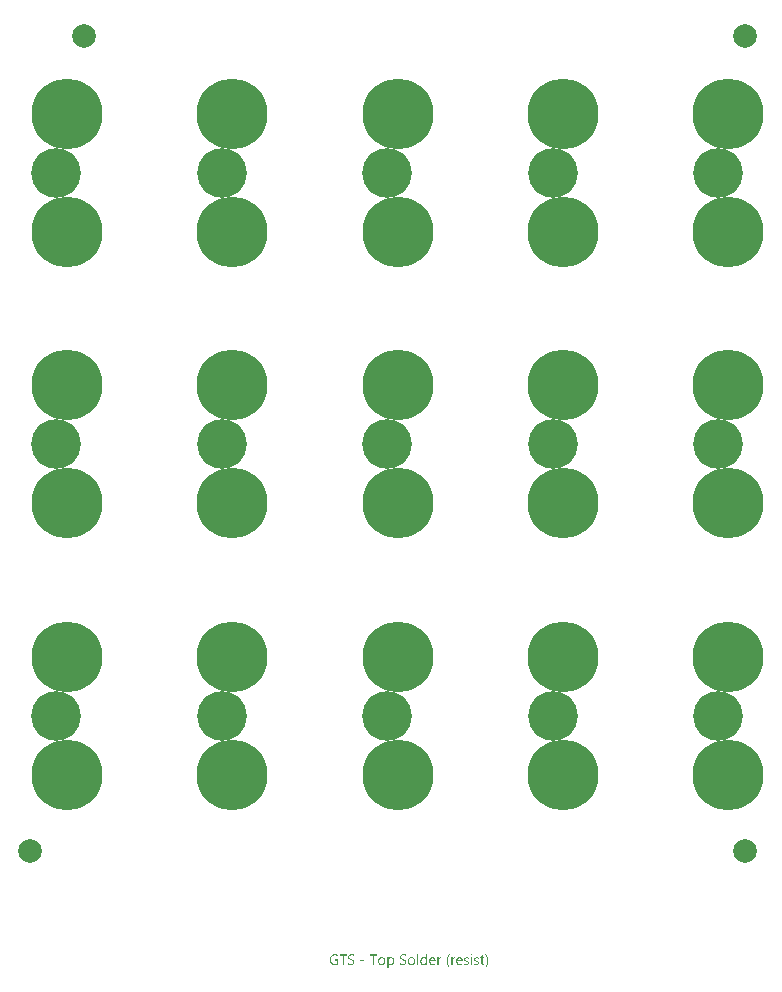
<source format=gts>
G04*
G04 #@! TF.GenerationSoftware,Altium Limited,Altium Designer,22.11.1 (43)*
G04*
G04 Layer_Color=8388736*
%FSLAX44Y44*%
%MOMM*%
G71*
G04*
G04 #@! TF.SameCoordinates,A5472EDE-B7E4-43DC-9BD9-ACA13087276E*
G04*
G04*
G04 #@! TF.FilePolarity,Negative*
G04*
G01*
G75*
%ADD14C,6.0000*%
%ADD21C,4.2000*%
%ADD22C,2.0000*%
G36*
X438526Y-47558D02*
X438597Y-47574D01*
X438667Y-47598D01*
X438746Y-47637D01*
X438825Y-47684D01*
X438903Y-47747D01*
X438911Y-47755D01*
X438934Y-47778D01*
X438966Y-47818D01*
X439005Y-47873D01*
X439036Y-47943D01*
X439068Y-48022D01*
X439091Y-48116D01*
X439099Y-48218D01*
X439099Y-48233D01*
X439099Y-48265D01*
X439091Y-48312D01*
X439076Y-48383D01*
X439052Y-48453D01*
X439013Y-48532D01*
X438966Y-48610D01*
X438903Y-48689D01*
X438895Y-48697D01*
X438872Y-48720D01*
X438825Y-48752D01*
X438770Y-48783D01*
X438699Y-48814D01*
X438620Y-48846D01*
X438534Y-48869D01*
X438432Y-48877D01*
X438385Y-48877D01*
X438338Y-48869D01*
X438267Y-48854D01*
X438197Y-48830D01*
X438118Y-48799D01*
X438040Y-48759D01*
X437961Y-48697D01*
X437953Y-48689D01*
X437930Y-48665D01*
X437898Y-48618D01*
X437867Y-48563D01*
X437836Y-48500D01*
X437804Y-48414D01*
X437781Y-48320D01*
X437773Y-48218D01*
X437773Y-48202D01*
X437773Y-48171D01*
X437781Y-48116D01*
X437796Y-48053D01*
X437820Y-47975D01*
X437851Y-47896D01*
X437898Y-47818D01*
X437961Y-47747D01*
X437969Y-47739D01*
X437993Y-47716D01*
X438040Y-47684D01*
X438095Y-47645D01*
X438165Y-47614D01*
X438244Y-47582D01*
X438330Y-47558D01*
X438432Y-47551D01*
X438479Y-47551D01*
X438526Y-47558D01*
X438526Y-47558D02*
G37*
G36*
X381176Y-47802D02*
X381286Y-47802D01*
X381412Y-47810D01*
X381553Y-47818D01*
X381702Y-47833D01*
X382016Y-47873D01*
X382330Y-47927D01*
X382487Y-47967D01*
X382629Y-48006D01*
X382770Y-48061D01*
X382887Y-48116D01*
X382887Y-49293D01*
X382880Y-49285D01*
X382848Y-49269D01*
X382809Y-49246D01*
X382746Y-49207D01*
X382668Y-49167D01*
X382574Y-49120D01*
X382464Y-49065D01*
X382338Y-49018D01*
X382197Y-48963D01*
X382040Y-48916D01*
X381875Y-48869D01*
X381694Y-48830D01*
X381506Y-48791D01*
X381302Y-48767D01*
X381082Y-48752D01*
X380855Y-48744D01*
X380729Y-48744D01*
X380643Y-48752D01*
X380541Y-48759D01*
X380423Y-48775D01*
X380298Y-48791D01*
X380172Y-48814D01*
X380156Y-48814D01*
X380117Y-48830D01*
X380054Y-48846D01*
X379968Y-48869D01*
X379874Y-48901D01*
X379772Y-48940D01*
X379662Y-48995D01*
X379560Y-49050D01*
X379552Y-49058D01*
X379513Y-49081D01*
X379465Y-49113D01*
X379403Y-49160D01*
X379340Y-49222D01*
X379262Y-49293D01*
X379191Y-49372D01*
X379128Y-49466D01*
X379120Y-49474D01*
X379104Y-49513D01*
X379073Y-49568D01*
X379050Y-49638D01*
X379018Y-49725D01*
X378987Y-49835D01*
X378971Y-49952D01*
X378963Y-50086D01*
X378963Y-50101D01*
X378963Y-50141D01*
X378971Y-50211D01*
X378979Y-50290D01*
X378995Y-50384D01*
X379018Y-50486D01*
X379050Y-50588D01*
X379089Y-50682D01*
X379097Y-50690D01*
X379112Y-50722D01*
X379144Y-50769D01*
X379183Y-50831D01*
X379238Y-50902D01*
X379301Y-50981D01*
X379379Y-51059D01*
X379465Y-51137D01*
X379473Y-51145D01*
X379513Y-51169D01*
X379568Y-51216D01*
X379638Y-51263D01*
X379725Y-51326D01*
X379827Y-51389D01*
X379944Y-51467D01*
X380070Y-51538D01*
X380078Y-51538D01*
X380086Y-51546D01*
X380133Y-51569D01*
X380211Y-51608D01*
X380305Y-51663D01*
X380431Y-51718D01*
X380572Y-51789D01*
X380729Y-51867D01*
X380894Y-51954D01*
X380902Y-51954D01*
X380918Y-51962D01*
X380941Y-51977D01*
X380973Y-51993D01*
X381020Y-52017D01*
X381067Y-52040D01*
X381184Y-52103D01*
X381326Y-52181D01*
X381483Y-52268D01*
X381640Y-52354D01*
X381804Y-52456D01*
X381812Y-52456D01*
X381820Y-52464D01*
X381844Y-52480D01*
X381875Y-52503D01*
X381961Y-52558D01*
X382063Y-52629D01*
X382181Y-52715D01*
X382307Y-52809D01*
X382432Y-52919D01*
X382558Y-53037D01*
X382574Y-53053D01*
X382613Y-53092D01*
X382668Y-53155D01*
X382746Y-53241D01*
X382825Y-53343D01*
X382911Y-53461D01*
X382990Y-53594D01*
X383068Y-53735D01*
X383068Y-53743D01*
X383076Y-53751D01*
X383084Y-53775D01*
X383099Y-53806D01*
X383131Y-53885D01*
X383170Y-53987D01*
X383201Y-54120D01*
X383233Y-54269D01*
X383256Y-54434D01*
X383264Y-54614D01*
X383264Y-54622D01*
X383264Y-54646D01*
X383264Y-54677D01*
X383264Y-54724D01*
X383256Y-54779D01*
X383249Y-54850D01*
X383241Y-54921D01*
X383233Y-54999D01*
X383201Y-55180D01*
X383154Y-55368D01*
X383092Y-55556D01*
X383005Y-55737D01*
X383005Y-55745D01*
X382997Y-55760D01*
X382982Y-55784D01*
X382958Y-55815D01*
X382903Y-55894D01*
X382825Y-56004D01*
X382723Y-56121D01*
X382605Y-56247D01*
X382464Y-56365D01*
X382307Y-56482D01*
X382299Y-56482D01*
X382283Y-56498D01*
X382260Y-56506D01*
X382228Y-56529D01*
X382189Y-56553D01*
X382134Y-56577D01*
X382016Y-56639D01*
X381867Y-56702D01*
X381694Y-56773D01*
X381506Y-56836D01*
X381294Y-56891D01*
X381286Y-56891D01*
X381271Y-56898D01*
X381239Y-56898D01*
X381192Y-56906D01*
X381145Y-56922D01*
X381082Y-56930D01*
X381012Y-56938D01*
X380925Y-56953D01*
X380745Y-56977D01*
X380541Y-56993D01*
X380321Y-57008D01*
X380086Y-57016D01*
X379999Y-57016D01*
X379944Y-57008D01*
X379866Y-57008D01*
X379772Y-57000D01*
X379670Y-56993D01*
X379560Y-56977D01*
X379544Y-56977D01*
X379505Y-56969D01*
X379442Y-56961D01*
X379364Y-56953D01*
X379269Y-56938D01*
X379159Y-56922D01*
X379050Y-56906D01*
X378924Y-56883D01*
X378908Y-56883D01*
X378869Y-56875D01*
X378806Y-56859D01*
X378728Y-56836D01*
X378634Y-56820D01*
X378532Y-56789D01*
X378312Y-56726D01*
X378296Y-56718D01*
X378265Y-56710D01*
X378210Y-56686D01*
X378147Y-56663D01*
X378076Y-56631D01*
X377998Y-56592D01*
X377919Y-56553D01*
X377849Y-56506D01*
X377849Y-55274D01*
X377857Y-55282D01*
X377888Y-55305D01*
X377935Y-55344D01*
X377990Y-55384D01*
X378069Y-55438D01*
X378155Y-55493D01*
X378249Y-55556D01*
X378359Y-55611D01*
X378375Y-55619D01*
X378414Y-55635D01*
X378469Y-55666D01*
X378547Y-55697D01*
X378641Y-55737D01*
X378744Y-55784D01*
X378861Y-55831D01*
X378979Y-55870D01*
X378995Y-55878D01*
X379034Y-55886D01*
X379104Y-55902D01*
X379183Y-55925D01*
X379285Y-55957D01*
X379395Y-55980D01*
X379638Y-56027D01*
X379654Y-56027D01*
X379693Y-56035D01*
X379756Y-56043D01*
X379842Y-56051D01*
X379936Y-56066D01*
X380038Y-56074D01*
X380250Y-56082D01*
X380345Y-56082D01*
X380407Y-56074D01*
X380486Y-56074D01*
X380580Y-56066D01*
X380682Y-56051D01*
X380792Y-56035D01*
X381027Y-55996D01*
X381263Y-55933D01*
X381491Y-55847D01*
X381592Y-55792D01*
X381687Y-55729D01*
X381694Y-55721D01*
X381710Y-55713D01*
X381734Y-55690D01*
X381765Y-55658D01*
X381797Y-55627D01*
X381836Y-55580D01*
X381883Y-55525D01*
X381930Y-55462D01*
X381969Y-55391D01*
X382016Y-55321D01*
X382095Y-55140D01*
X382118Y-55038D01*
X382142Y-54928D01*
X382158Y-54819D01*
X382165Y-54693D01*
X382165Y-54685D01*
X382165Y-54677D01*
X382165Y-54630D01*
X382158Y-54567D01*
X382150Y-54481D01*
X382126Y-54379D01*
X382103Y-54277D01*
X382063Y-54167D01*
X382009Y-54065D01*
X382001Y-54049D01*
X381977Y-54018D01*
X381946Y-53971D01*
X381899Y-53900D01*
X381836Y-53830D01*
X381757Y-53743D01*
X381671Y-53665D01*
X381569Y-53578D01*
X381553Y-53571D01*
X381522Y-53539D01*
X381459Y-53492D01*
X381381Y-53437D01*
X381279Y-53374D01*
X381169Y-53304D01*
X381043Y-53225D01*
X380902Y-53155D01*
X380894Y-53155D01*
X380886Y-53147D01*
X380863Y-53131D01*
X380839Y-53115D01*
X380761Y-53076D01*
X380658Y-53021D01*
X380533Y-52958D01*
X380392Y-52888D01*
X380243Y-52809D01*
X380078Y-52723D01*
X380070Y-52723D01*
X380054Y-52715D01*
X380031Y-52699D01*
X379999Y-52684D01*
X379913Y-52637D01*
X379795Y-52574D01*
X379662Y-52503D01*
X379513Y-52425D01*
X379207Y-52244D01*
X379199Y-52244D01*
X379191Y-52236D01*
X379167Y-52221D01*
X379136Y-52205D01*
X379065Y-52150D01*
X378971Y-52087D01*
X378861Y-52009D01*
X378744Y-51915D01*
X378626Y-51820D01*
X378508Y-51710D01*
X378492Y-51695D01*
X378461Y-51656D01*
X378406Y-51601D01*
X378335Y-51522D01*
X378265Y-51420D01*
X378186Y-51310D01*
X378108Y-51185D01*
X378037Y-51051D01*
X378037Y-51043D01*
X378029Y-51035D01*
X378021Y-51012D01*
X378013Y-50981D01*
X377982Y-50902D01*
X377951Y-50800D01*
X377919Y-50674D01*
X377888Y-50525D01*
X377872Y-50360D01*
X377864Y-50180D01*
X377864Y-50172D01*
X377864Y-50156D01*
X377864Y-50117D01*
X377872Y-50078D01*
X377872Y-50023D01*
X377880Y-49960D01*
X377896Y-49819D01*
X377927Y-49654D01*
X377974Y-49474D01*
X378045Y-49293D01*
X378131Y-49120D01*
X378131Y-49113D01*
X378147Y-49097D01*
X378163Y-49073D01*
X378178Y-49042D01*
X378241Y-48963D01*
X378320Y-48854D01*
X378422Y-48736D01*
X378539Y-48610D01*
X378673Y-48492D01*
X378830Y-48375D01*
X378838Y-48375D01*
X378853Y-48359D01*
X378877Y-48343D01*
X378908Y-48328D01*
X378947Y-48304D01*
X378995Y-48273D01*
X379120Y-48210D01*
X379269Y-48139D01*
X379434Y-48069D01*
X379622Y-47998D01*
X379827Y-47943D01*
X379834Y-47943D01*
X379850Y-47935D01*
X379882Y-47927D01*
X379921Y-47920D01*
X379976Y-47912D01*
X380031Y-47896D01*
X380101Y-47880D01*
X380180Y-47865D01*
X380352Y-47841D01*
X380541Y-47818D01*
X380753Y-47802D01*
X380965Y-47794D01*
X381090Y-47794D01*
X381176Y-47802D01*
X381176Y-47802D02*
G37*
G36*
X337185Y-47802D02*
X337295Y-47802D01*
X337421Y-47810D01*
X337562Y-47818D01*
X337711Y-47833D01*
X338025Y-47873D01*
X338339Y-47927D01*
X338496Y-47967D01*
X338637Y-48006D01*
X338778Y-48061D01*
X338896Y-48116D01*
X338896Y-49293D01*
X338888Y-49285D01*
X338857Y-49269D01*
X338818Y-49246D01*
X338755Y-49207D01*
X338676Y-49167D01*
X338582Y-49120D01*
X338472Y-49065D01*
X338347Y-49018D01*
X338205Y-48963D01*
X338049Y-48916D01*
X337884Y-48869D01*
X337703Y-48830D01*
X337515Y-48791D01*
X337311Y-48767D01*
X337091Y-48752D01*
X336863Y-48744D01*
X336738Y-48744D01*
X336651Y-48752D01*
X336549Y-48759D01*
X336432Y-48775D01*
X336306Y-48791D01*
X336180Y-48814D01*
X336165Y-48814D01*
X336126Y-48830D01*
X336063Y-48846D01*
X335976Y-48869D01*
X335882Y-48901D01*
X335780Y-48940D01*
X335670Y-48995D01*
X335568Y-49050D01*
X335560Y-49058D01*
X335521Y-49081D01*
X335474Y-49113D01*
X335411Y-49160D01*
X335349Y-49222D01*
X335270Y-49293D01*
X335199Y-49372D01*
X335137Y-49466D01*
X335129Y-49474D01*
X335113Y-49513D01*
X335082Y-49568D01*
X335058Y-49638D01*
X335027Y-49725D01*
X334995Y-49835D01*
X334980Y-49952D01*
X334972Y-50086D01*
X334972Y-50101D01*
X334972Y-50141D01*
X334980Y-50211D01*
X334987Y-50290D01*
X335003Y-50384D01*
X335027Y-50486D01*
X335058Y-50588D01*
X335097Y-50682D01*
X335105Y-50690D01*
X335121Y-50722D01*
X335152Y-50769D01*
X335192Y-50831D01*
X335247Y-50902D01*
X335309Y-50981D01*
X335388Y-51059D01*
X335474Y-51137D01*
X335482Y-51145D01*
X335521Y-51169D01*
X335576Y-51216D01*
X335647Y-51263D01*
X335733Y-51326D01*
X335835Y-51389D01*
X335953Y-51467D01*
X336078Y-51538D01*
X336086Y-51538D01*
X336094Y-51546D01*
X336141Y-51569D01*
X336220Y-51608D01*
X336314Y-51663D01*
X336440Y-51718D01*
X336581Y-51789D01*
X336738Y-51867D01*
X336903Y-51954D01*
X336910Y-51954D01*
X336926Y-51962D01*
X336950Y-51977D01*
X336981Y-51993D01*
X337028Y-52017D01*
X337075Y-52040D01*
X337193Y-52103D01*
X337334Y-52181D01*
X337491Y-52268D01*
X337648Y-52354D01*
X337813Y-52456D01*
X337821Y-52456D01*
X337829Y-52464D01*
X337852Y-52480D01*
X337884Y-52503D01*
X337970Y-52558D01*
X338072Y-52629D01*
X338190Y-52715D01*
X338315Y-52809D01*
X338441Y-52919D01*
X338567Y-53037D01*
X338582Y-53053D01*
X338621Y-53092D01*
X338676Y-53155D01*
X338755Y-53241D01*
X338833Y-53343D01*
X338920Y-53461D01*
X338998Y-53594D01*
X339077Y-53735D01*
X339077Y-53743D01*
X339085Y-53751D01*
X339092Y-53775D01*
X339108Y-53806D01*
X339139Y-53885D01*
X339179Y-53987D01*
X339210Y-54120D01*
X339241Y-54269D01*
X339265Y-54434D01*
X339273Y-54614D01*
X339273Y-54622D01*
X339273Y-54646D01*
X339273Y-54677D01*
X339273Y-54724D01*
X339265Y-54779D01*
X339257Y-54850D01*
X339249Y-54921D01*
X339241Y-54999D01*
X339210Y-55180D01*
X339163Y-55368D01*
X339100Y-55556D01*
X339014Y-55737D01*
X339014Y-55745D01*
X339006Y-55760D01*
X338990Y-55784D01*
X338967Y-55815D01*
X338912Y-55894D01*
X338833Y-56004D01*
X338731Y-56121D01*
X338614Y-56247D01*
X338472Y-56365D01*
X338315Y-56482D01*
X338307Y-56482D01*
X338292Y-56498D01*
X338268Y-56506D01*
X338237Y-56529D01*
X338198Y-56553D01*
X338143Y-56577D01*
X338025Y-56639D01*
X337876Y-56702D01*
X337703Y-56773D01*
X337515Y-56836D01*
X337303Y-56891D01*
X337295Y-56891D01*
X337279Y-56898D01*
X337248Y-56898D01*
X337201Y-56906D01*
X337154Y-56922D01*
X337091Y-56930D01*
X337020Y-56938D01*
X336934Y-56953D01*
X336754Y-56977D01*
X336549Y-56993D01*
X336330Y-57008D01*
X336094Y-57016D01*
X336008Y-57016D01*
X335953Y-57008D01*
X335874Y-57008D01*
X335780Y-57000D01*
X335678Y-56993D01*
X335568Y-56977D01*
X335553Y-56977D01*
X335513Y-56969D01*
X335451Y-56961D01*
X335372Y-56953D01*
X335278Y-56938D01*
X335168Y-56922D01*
X335058Y-56906D01*
X334933Y-56883D01*
X334917Y-56883D01*
X334878Y-56875D01*
X334815Y-56859D01*
X334736Y-56836D01*
X334642Y-56820D01*
X334540Y-56789D01*
X334320Y-56726D01*
X334305Y-56718D01*
X334273Y-56710D01*
X334218Y-56686D01*
X334156Y-56663D01*
X334085Y-56631D01*
X334006Y-56592D01*
X333928Y-56553D01*
X333857Y-56506D01*
X333857Y-55274D01*
X333865Y-55282D01*
X333897Y-55305D01*
X333944Y-55344D01*
X333999Y-55384D01*
X334077Y-55438D01*
X334163Y-55493D01*
X334258Y-55556D01*
X334367Y-55611D01*
X334383Y-55619D01*
X334422Y-55635D01*
X334477Y-55666D01*
X334556Y-55697D01*
X334650Y-55737D01*
X334752Y-55784D01*
X334870Y-55831D01*
X334987Y-55870D01*
X335003Y-55878D01*
X335042Y-55886D01*
X335113Y-55902D01*
X335192Y-55925D01*
X335294Y-55957D01*
X335404Y-55980D01*
X335647Y-56027D01*
X335662Y-56027D01*
X335702Y-56035D01*
X335765Y-56043D01*
X335851Y-56051D01*
X335945Y-56066D01*
X336047Y-56074D01*
X336259Y-56082D01*
X336353Y-56082D01*
X336416Y-56074D01*
X336494Y-56074D01*
X336589Y-56066D01*
X336691Y-56051D01*
X336800Y-56035D01*
X337036Y-55996D01*
X337271Y-55933D01*
X337499Y-55847D01*
X337601Y-55792D01*
X337695Y-55729D01*
X337703Y-55721D01*
X337719Y-55713D01*
X337742Y-55690D01*
X337774Y-55658D01*
X337805Y-55627D01*
X337844Y-55580D01*
X337892Y-55525D01*
X337939Y-55462D01*
X337978Y-55391D01*
X338025Y-55321D01*
X338103Y-55140D01*
X338127Y-55038D01*
X338150Y-54928D01*
X338166Y-54819D01*
X338174Y-54693D01*
X338174Y-54685D01*
X338174Y-54677D01*
X338174Y-54630D01*
X338166Y-54567D01*
X338158Y-54481D01*
X338135Y-54379D01*
X338111Y-54277D01*
X338072Y-54167D01*
X338017Y-54065D01*
X338009Y-54049D01*
X337986Y-54018D01*
X337954Y-53971D01*
X337907Y-53900D01*
X337844Y-53830D01*
X337766Y-53743D01*
X337680Y-53665D01*
X337578Y-53578D01*
X337562Y-53571D01*
X337531Y-53539D01*
X337468Y-53492D01*
X337389Y-53437D01*
X337287Y-53374D01*
X337177Y-53304D01*
X337052Y-53225D01*
X336910Y-53155D01*
X336903Y-53155D01*
X336895Y-53147D01*
X336871Y-53131D01*
X336848Y-53115D01*
X336769Y-53076D01*
X336667Y-53021D01*
X336541Y-52958D01*
X336400Y-52888D01*
X336251Y-52809D01*
X336086Y-52723D01*
X336078Y-52723D01*
X336063Y-52715D01*
X336039Y-52699D01*
X336008Y-52684D01*
X335922Y-52637D01*
X335804Y-52574D01*
X335670Y-52503D01*
X335521Y-52425D01*
X335215Y-52244D01*
X335207Y-52244D01*
X335199Y-52236D01*
X335176Y-52221D01*
X335145Y-52205D01*
X335074Y-52150D01*
X334980Y-52087D01*
X334870Y-52009D01*
X334752Y-51915D01*
X334634Y-51820D01*
X334517Y-51710D01*
X334501Y-51695D01*
X334469Y-51656D01*
X334415Y-51601D01*
X334344Y-51522D01*
X334273Y-51420D01*
X334195Y-51310D01*
X334116Y-51185D01*
X334046Y-51051D01*
X334046Y-51043D01*
X334038Y-51035D01*
X334030Y-51012D01*
X334022Y-50981D01*
X333991Y-50902D01*
X333959Y-50800D01*
X333928Y-50674D01*
X333897Y-50525D01*
X333881Y-50360D01*
X333873Y-50180D01*
X333873Y-50172D01*
X333873Y-50156D01*
X333873Y-50117D01*
X333881Y-50078D01*
X333881Y-50023D01*
X333889Y-49960D01*
X333904Y-49819D01*
X333936Y-49654D01*
X333983Y-49474D01*
X334053Y-49293D01*
X334140Y-49120D01*
X334140Y-49113D01*
X334156Y-49097D01*
X334171Y-49073D01*
X334187Y-49042D01*
X334250Y-48963D01*
X334328Y-48854D01*
X334430Y-48736D01*
X334548Y-48610D01*
X334681Y-48492D01*
X334838Y-48375D01*
X334846Y-48375D01*
X334862Y-48359D01*
X334885Y-48343D01*
X334917Y-48328D01*
X334956Y-48304D01*
X335003Y-48273D01*
X335129Y-48210D01*
X335278Y-48139D01*
X335443Y-48069D01*
X335631Y-47998D01*
X335835Y-47943D01*
X335843Y-47943D01*
X335859Y-47935D01*
X335890Y-47927D01*
X335929Y-47920D01*
X335984Y-47912D01*
X336039Y-47896D01*
X336110Y-47880D01*
X336188Y-47865D01*
X336361Y-47841D01*
X336549Y-47818D01*
X336761Y-47802D01*
X336973Y-47794D01*
X337099Y-47794D01*
X337185Y-47802D01*
X337185Y-47802D02*
G37*
G36*
X323144Y-47802D02*
X323270Y-47810D01*
X323419Y-47818D01*
X323576Y-47833D01*
X323756Y-47857D01*
X323945Y-47880D01*
X324141Y-47912D01*
X324345Y-47951D01*
X324549Y-47998D01*
X324753Y-48053D01*
X324957Y-48116D01*
X325161Y-48186D01*
X325349Y-48273D01*
X325349Y-49426D01*
X325334Y-49419D01*
X325302Y-49395D01*
X325240Y-49364D01*
X325161Y-49317D01*
X325051Y-49269D01*
X324926Y-49207D01*
X324784Y-49152D01*
X324619Y-49081D01*
X324447Y-49018D01*
X324251Y-48956D01*
X324039Y-48901D01*
X323811Y-48854D01*
X323568Y-48807D01*
X323317Y-48775D01*
X323058Y-48752D01*
X322783Y-48744D01*
X322720Y-48744D01*
X322642Y-48752D01*
X322532Y-48759D01*
X322406Y-48775D01*
X322257Y-48799D01*
X322092Y-48830D01*
X321912Y-48869D01*
X321723Y-48924D01*
X321527Y-48995D01*
X321323Y-49081D01*
X321111Y-49183D01*
X320907Y-49301D01*
X320711Y-49434D01*
X320515Y-49599D01*
X320326Y-49780D01*
X320318Y-49788D01*
X320287Y-49827D01*
X320240Y-49882D01*
X320177Y-49968D01*
X320107Y-50070D01*
X320020Y-50188D01*
X319934Y-50337D01*
X319848Y-50502D01*
X319761Y-50682D01*
X319675Y-50886D01*
X319589Y-51106D01*
X319518Y-51342D01*
X319455Y-51593D01*
X319408Y-51860D01*
X319377Y-52150D01*
X319369Y-52448D01*
X319369Y-52456D01*
X319369Y-52464D01*
X319369Y-52487D01*
X319369Y-52519D01*
X319369Y-52566D01*
X319377Y-52613D01*
X319384Y-52731D01*
X319392Y-52872D01*
X319416Y-53037D01*
X319439Y-53217D01*
X319479Y-53414D01*
X319526Y-53625D01*
X319589Y-53845D01*
X319659Y-54065D01*
X319746Y-54293D01*
X319848Y-54512D01*
X319965Y-54724D01*
X320099Y-54928D01*
X320256Y-55117D01*
X320263Y-55125D01*
X320295Y-55156D01*
X320350Y-55203D01*
X320420Y-55266D01*
X320507Y-55336D01*
X320617Y-55423D01*
X320742Y-55509D01*
X320891Y-55595D01*
X321056Y-55690D01*
X321237Y-55776D01*
X321433Y-55855D01*
X321653Y-55933D01*
X321880Y-55996D01*
X322132Y-56043D01*
X322391Y-56074D01*
X322673Y-56082D01*
X322775Y-56082D01*
X322846Y-56074D01*
X322940Y-56066D01*
X323042Y-56059D01*
X323160Y-56051D01*
X323293Y-56027D01*
X323427Y-56012D01*
X323576Y-55980D01*
X323874Y-55909D01*
X324031Y-55862D01*
X324180Y-55800D01*
X324329Y-55737D01*
X324478Y-55666D01*
X324478Y-53162D01*
X322524Y-53162D01*
X322524Y-52213D01*
X325530Y-52213D01*
X325530Y-56263D01*
X325514Y-56270D01*
X325467Y-56294D01*
X325396Y-56333D01*
X325294Y-56380D01*
X325169Y-56435D01*
X325020Y-56498D01*
X324847Y-56569D01*
X324651Y-56639D01*
X324439Y-56710D01*
X324203Y-56781D01*
X323960Y-56843D01*
X323701Y-56898D01*
X323427Y-56946D01*
X323136Y-56985D01*
X322846Y-57008D01*
X322540Y-57016D01*
X322453Y-57016D01*
X322414Y-57008D01*
X322359Y-57008D01*
X322296Y-57000D01*
X322226Y-57000D01*
X322061Y-56977D01*
X321872Y-56953D01*
X321668Y-56914D01*
X321441Y-56859D01*
X321198Y-56796D01*
X320946Y-56718D01*
X320687Y-56616D01*
X320428Y-56498D01*
X320169Y-56357D01*
X319918Y-56192D01*
X319675Y-56004D01*
X319447Y-55792D01*
X319432Y-55776D01*
X319400Y-55737D01*
X319337Y-55666D01*
X319267Y-55564D01*
X319173Y-55446D01*
X319078Y-55297D01*
X318969Y-55117D01*
X318859Y-54921D01*
X318749Y-54701D01*
X318639Y-54450D01*
X318545Y-54183D01*
X318451Y-53892D01*
X318380Y-53586D01*
X318317Y-53249D01*
X318286Y-52896D01*
X318270Y-52527D01*
X318270Y-52519D01*
X318270Y-52503D01*
X318270Y-52472D01*
X318270Y-52432D01*
X318278Y-52385D01*
X318278Y-52323D01*
X318286Y-52260D01*
X318293Y-52181D01*
X318301Y-52095D01*
X318309Y-52009D01*
X318341Y-51805D01*
X318380Y-51569D01*
X318435Y-51326D01*
X318505Y-51059D01*
X318592Y-50784D01*
X318694Y-50502D01*
X318819Y-50219D01*
X318976Y-49937D01*
X319149Y-49654D01*
X319353Y-49387D01*
X319581Y-49128D01*
X319596Y-49113D01*
X319643Y-49073D01*
X319714Y-49003D01*
X319816Y-48916D01*
X319950Y-48822D01*
X320099Y-48704D01*
X320279Y-48587D01*
X320491Y-48461D01*
X320719Y-48335D01*
X320970Y-48218D01*
X321237Y-48100D01*
X321535Y-48006D01*
X321849Y-47920D01*
X322179Y-47849D01*
X322532Y-47810D01*
X322901Y-47794D01*
X323042Y-47794D01*
X323144Y-47802D01*
X323144Y-47802D02*
G37*
G36*
X400900Y-56867D02*
X399880Y-56867D01*
X399880Y-55792D01*
X399856Y-55792D01*
X399848Y-55807D01*
X399825Y-55847D01*
X399778Y-55902D01*
X399723Y-55980D01*
X399644Y-56074D01*
X399558Y-56176D01*
X399448Y-56286D01*
X399315Y-56404D01*
X399173Y-56522D01*
X399008Y-56631D01*
X398828Y-56733D01*
X398632Y-56828D01*
X398420Y-56906D01*
X398184Y-56961D01*
X397933Y-57000D01*
X397666Y-57016D01*
X397612Y-57016D01*
X397549Y-57008D01*
X397470Y-57000D01*
X397368Y-56993D01*
X397251Y-56969D01*
X397117Y-56946D01*
X396976Y-56906D01*
X396827Y-56867D01*
X396670Y-56804D01*
X396513Y-56741D01*
X396348Y-56655D01*
X396191Y-56561D01*
X396034Y-56443D01*
X395885Y-56310D01*
X395743Y-56161D01*
X395736Y-56153D01*
X395712Y-56121D01*
X395681Y-56074D01*
X395634Y-56004D01*
X395579Y-55917D01*
X395516Y-55815D01*
X395453Y-55690D01*
X395390Y-55548D01*
X395320Y-55391D01*
X395257Y-55219D01*
X395194Y-55023D01*
X395139Y-54819D01*
X395092Y-54599D01*
X395061Y-54355D01*
X395037Y-54104D01*
X395029Y-53837D01*
X395029Y-53830D01*
X395029Y-53822D01*
X395029Y-53798D01*
X395029Y-53767D01*
X395037Y-53688D01*
X395045Y-53578D01*
X395053Y-53437D01*
X395069Y-53288D01*
X395092Y-53115D01*
X395131Y-52927D01*
X395171Y-52731D01*
X395225Y-52519D01*
X395288Y-52315D01*
X395367Y-52095D01*
X395453Y-51891D01*
X395563Y-51687D01*
X395681Y-51491D01*
X395822Y-51302D01*
X395830Y-51294D01*
X395861Y-51263D01*
X395908Y-51216D01*
X395971Y-51153D01*
X396050Y-51083D01*
X396144Y-50996D01*
X396261Y-50910D01*
X396387Y-50823D01*
X396536Y-50737D01*
X396693Y-50651D01*
X396866Y-50564D01*
X397054Y-50494D01*
X397258Y-50431D01*
X397478Y-50384D01*
X397706Y-50353D01*
X397949Y-50345D01*
X398004Y-50345D01*
X398075Y-50353D01*
X398161Y-50360D01*
X398271Y-50376D01*
X398396Y-50400D01*
X398530Y-50431D01*
X398679Y-50470D01*
X398836Y-50525D01*
X398993Y-50596D01*
X399150Y-50682D01*
X399307Y-50784D01*
X399456Y-50902D01*
X399605Y-51035D01*
X399739Y-51200D01*
X399856Y-51381D01*
X399880Y-51381D01*
X399880Y-47433D01*
X400900Y-47433D01*
X400900Y-56867D01*
X400900Y-56867D02*
G37*
G36*
X370510Y-50353D02*
X370597Y-50360D01*
X370699Y-50368D01*
X370816Y-50392D01*
X370950Y-50415D01*
X371099Y-50455D01*
X371248Y-50502D01*
X371405Y-50557D01*
X371562Y-50627D01*
X371727Y-50706D01*
X371884Y-50808D01*
X372033Y-50926D01*
X372182Y-51059D01*
X372315Y-51208D01*
X372323Y-51216D01*
X372347Y-51247D01*
X372378Y-51294D01*
X372425Y-51365D01*
X372472Y-51451D01*
X372535Y-51554D01*
X372598Y-51679D01*
X372661Y-51813D01*
X372724Y-51969D01*
X372786Y-52142D01*
X372849Y-52330D01*
X372896Y-52534D01*
X372943Y-52754D01*
X372975Y-52990D01*
X372998Y-53241D01*
X373006Y-53500D01*
X373006Y-53508D01*
X373006Y-53516D01*
X373006Y-53539D01*
X373006Y-53571D01*
X372998Y-53657D01*
X372990Y-53767D01*
X372983Y-53900D01*
X372967Y-54057D01*
X372943Y-54230D01*
X372912Y-54418D01*
X372865Y-54614D01*
X372818Y-54826D01*
X372755Y-55038D01*
X372677Y-55250D01*
X372590Y-55462D01*
X372488Y-55674D01*
X372363Y-55870D01*
X372229Y-56059D01*
X372221Y-56066D01*
X372190Y-56098D01*
X372151Y-56145D01*
X372088Y-56208D01*
X372009Y-56278D01*
X371915Y-56365D01*
X371797Y-56451D01*
X371672Y-56537D01*
X371531Y-56624D01*
X371366Y-56710D01*
X371193Y-56796D01*
X371005Y-56867D01*
X370801Y-56930D01*
X370581Y-56977D01*
X370345Y-57008D01*
X370102Y-57016D01*
X370047Y-57016D01*
X369984Y-57008D01*
X369898Y-57000D01*
X369796Y-56985D01*
X369678Y-56961D01*
X369545Y-56930D01*
X369396Y-56883D01*
X369247Y-56828D01*
X369090Y-56757D01*
X368933Y-56671D01*
X368768Y-56569D01*
X368611Y-56443D01*
X368462Y-56302D01*
X368321Y-56137D01*
X368187Y-55949D01*
X368164Y-55949D01*
X368164Y-59795D01*
X367143Y-59795D01*
X367143Y-50494D01*
X368164Y-50494D01*
X368164Y-51616D01*
X368187Y-51616D01*
X368195Y-51601D01*
X368226Y-51561D01*
X368266Y-51498D01*
X368328Y-51420D01*
X368407Y-51318D01*
X368501Y-51216D01*
X368619Y-51098D01*
X368744Y-50981D01*
X368894Y-50863D01*
X369058Y-50745D01*
X369239Y-50643D01*
X369435Y-50541D01*
X369647Y-50462D01*
X369882Y-50400D01*
X370126Y-50360D01*
X370393Y-50345D01*
X370448Y-50345D01*
X370510Y-50353D01*
X370510Y-50353D02*
G37*
G36*
X443196Y-50353D02*
X443267Y-50353D01*
X443353Y-50360D01*
X443447Y-50368D01*
X443549Y-50384D01*
X443785Y-50415D01*
X444028Y-50470D01*
X444287Y-50541D01*
X444538Y-50635D01*
X444538Y-51671D01*
X444530Y-51663D01*
X444507Y-51648D01*
X444468Y-51632D01*
X444413Y-51601D01*
X444350Y-51561D01*
X444271Y-51522D01*
X444177Y-51483D01*
X444075Y-51436D01*
X443957Y-51396D01*
X443840Y-51357D01*
X443706Y-51318D01*
X443565Y-51279D01*
X443408Y-51247D01*
X443251Y-51232D01*
X443094Y-51216D01*
X442921Y-51208D01*
X442819Y-51208D01*
X442749Y-51216D01*
X442670Y-51224D01*
X442584Y-51240D01*
X442403Y-51279D01*
X442396Y-51279D01*
X442364Y-51287D01*
X442325Y-51302D01*
X442270Y-51326D01*
X442145Y-51381D01*
X442011Y-51459D01*
X442003Y-51467D01*
X441987Y-51483D01*
X441956Y-51506D01*
X441917Y-51538D01*
X441830Y-51624D01*
X441752Y-51742D01*
X441752Y-51750D01*
X441736Y-51773D01*
X441729Y-51805D01*
X441713Y-51852D01*
X441697Y-51899D01*
X441681Y-51962D01*
X441674Y-52032D01*
X441666Y-52103D01*
X441666Y-52111D01*
X441666Y-52142D01*
X441674Y-52189D01*
X441674Y-52252D01*
X441689Y-52315D01*
X441705Y-52385D01*
X441721Y-52456D01*
X441752Y-52527D01*
X441760Y-52534D01*
X441768Y-52558D01*
X441791Y-52590D01*
X441823Y-52629D01*
X441862Y-52668D01*
X441901Y-52723D01*
X442019Y-52825D01*
X442027Y-52833D01*
X442050Y-52849D01*
X442090Y-52872D01*
X442137Y-52903D01*
X442199Y-52935D01*
X442270Y-52974D01*
X442356Y-53021D01*
X442443Y-53060D01*
X442451Y-53068D01*
X442490Y-53076D01*
X442537Y-53100D01*
X442607Y-53123D01*
X442694Y-53162D01*
X442788Y-53202D01*
X442890Y-53241D01*
X443008Y-53288D01*
X443016Y-53288D01*
X443023Y-53296D01*
X443047Y-53304D01*
X443078Y-53312D01*
X443157Y-53343D01*
X443259Y-53390D01*
X443377Y-53437D01*
X443510Y-53492D01*
X443643Y-53555D01*
X443769Y-53618D01*
X443777Y-53618D01*
X443785Y-53625D01*
X443824Y-53649D01*
X443887Y-53680D01*
X443965Y-53727D01*
X444059Y-53790D01*
X444154Y-53853D01*
X444248Y-53932D01*
X444342Y-54010D01*
X444350Y-54018D01*
X444381Y-54049D01*
X444421Y-54089D01*
X444476Y-54151D01*
X444530Y-54222D01*
X444593Y-54308D01*
X444648Y-54402D01*
X444703Y-54504D01*
X444711Y-54520D01*
X444727Y-54552D01*
X444742Y-54614D01*
X444766Y-54693D01*
X444789Y-54787D01*
X444813Y-54897D01*
X444821Y-55023D01*
X444829Y-55164D01*
X444829Y-55172D01*
X444829Y-55187D01*
X444829Y-55211D01*
X444829Y-55242D01*
X444821Y-55329D01*
X444805Y-55446D01*
X444774Y-55572D01*
X444742Y-55713D01*
X444687Y-55855D01*
X444617Y-55988D01*
X444609Y-56004D01*
X444577Y-56043D01*
X444530Y-56106D01*
X444468Y-56192D01*
X444389Y-56278D01*
X444295Y-56380D01*
X444185Y-56474D01*
X444059Y-56569D01*
X444044Y-56577D01*
X443997Y-56608D01*
X443926Y-56647D01*
X443832Y-56694D01*
X443714Y-56749D01*
X443573Y-56804D01*
X443424Y-56859D01*
X443259Y-56906D01*
X443251Y-56906D01*
X443235Y-56914D01*
X443212Y-56914D01*
X443181Y-56922D01*
X443141Y-56930D01*
X443094Y-56938D01*
X442976Y-56961D01*
X442827Y-56985D01*
X442670Y-57000D01*
X442498Y-57008D01*
X442309Y-57016D01*
X442215Y-57016D01*
X442145Y-57008D01*
X442058Y-57008D01*
X441964Y-56993D01*
X441846Y-56985D01*
X441729Y-56969D01*
X441595Y-56946D01*
X441462Y-56922D01*
X441179Y-56859D01*
X440889Y-56765D01*
X440747Y-56702D01*
X440606Y-56639D01*
X440606Y-55548D01*
X440614Y-55556D01*
X440645Y-55572D01*
X440692Y-55603D01*
X440755Y-55643D01*
X440834Y-55690D01*
X440920Y-55745D01*
X441030Y-55800D01*
X441148Y-55855D01*
X441281Y-55909D01*
X441422Y-55964D01*
X441572Y-56019D01*
X441729Y-56066D01*
X441901Y-56106D01*
X442074Y-56137D01*
X442254Y-56153D01*
X442443Y-56161D01*
X442498Y-56161D01*
X442568Y-56153D01*
X442655Y-56145D01*
X442757Y-56129D01*
X442867Y-56114D01*
X442992Y-56082D01*
X443118Y-56051D01*
X443235Y-56004D01*
X443361Y-55941D01*
X443471Y-55870D01*
X443573Y-55784D01*
X443659Y-55682D01*
X443730Y-55564D01*
X443769Y-55423D01*
X443785Y-55344D01*
X443785Y-55266D01*
X443785Y-55258D01*
X443785Y-55219D01*
X443777Y-55172D01*
X443769Y-55117D01*
X443753Y-55046D01*
X443738Y-54976D01*
X443706Y-54905D01*
X443667Y-54834D01*
X443659Y-54826D01*
X443643Y-54803D01*
X443620Y-54771D01*
X443589Y-54724D01*
X443541Y-54677D01*
X443494Y-54622D01*
X443432Y-54575D01*
X443361Y-54520D01*
X443353Y-54512D01*
X443330Y-54497D01*
X443283Y-54473D01*
X443228Y-54434D01*
X443165Y-54395D01*
X443086Y-54355D01*
X442992Y-54316D01*
X442898Y-54277D01*
X442882Y-54269D01*
X442851Y-54261D01*
X442796Y-54238D01*
X442725Y-54206D01*
X442647Y-54167D01*
X442545Y-54128D01*
X442443Y-54089D01*
X442333Y-54042D01*
X442325Y-54042D01*
X442317Y-54034D01*
X442294Y-54026D01*
X442262Y-54010D01*
X442184Y-53979D01*
X442082Y-53939D01*
X441964Y-53885D01*
X441838Y-53830D01*
X441713Y-53767D01*
X441587Y-53704D01*
X441572Y-53696D01*
X441532Y-53673D01*
X441477Y-53641D01*
X441399Y-53594D01*
X441312Y-53531D01*
X441226Y-53468D01*
X441132Y-53398D01*
X441046Y-53319D01*
X441038Y-53312D01*
X441014Y-53280D01*
X440975Y-53241D01*
X440928Y-53178D01*
X440873Y-53108D01*
X440818Y-53021D01*
X440771Y-52935D01*
X440724Y-52833D01*
X440716Y-52817D01*
X440708Y-52786D01*
X440692Y-52723D01*
X440677Y-52652D01*
X440653Y-52558D01*
X440638Y-52448D01*
X440630Y-52323D01*
X440622Y-52189D01*
X440622Y-52181D01*
X440622Y-52166D01*
X440622Y-52142D01*
X440622Y-52111D01*
X440630Y-52032D01*
X440645Y-51922D01*
X440669Y-51797D01*
X440708Y-51663D01*
X440755Y-51530D01*
X440826Y-51396D01*
X440826Y-51389D01*
X440834Y-51381D01*
X440865Y-51342D01*
X440912Y-51279D01*
X440967Y-51192D01*
X441046Y-51106D01*
X441140Y-51012D01*
X441250Y-50910D01*
X441367Y-50823D01*
X441375Y-50823D01*
X441383Y-50816D01*
X441430Y-50784D01*
X441501Y-50745D01*
X441595Y-50690D01*
X441713Y-50635D01*
X441846Y-50572D01*
X441995Y-50518D01*
X442152Y-50470D01*
X442160Y-50470D01*
X442176Y-50462D01*
X442199Y-50455D01*
X442231Y-50447D01*
X442270Y-50439D01*
X442317Y-50431D01*
X442427Y-50408D01*
X442568Y-50384D01*
X442717Y-50360D01*
X442882Y-50353D01*
X443055Y-50345D01*
X443133Y-50345D01*
X443196Y-50353D01*
X443196Y-50353D02*
G37*
G36*
X434704Y-50353D02*
X434775Y-50353D01*
X434861Y-50360D01*
X434955Y-50368D01*
X435057Y-50384D01*
X435293Y-50415D01*
X435536Y-50470D01*
X435795Y-50541D01*
X436046Y-50635D01*
X436046Y-51671D01*
X436038Y-51663D01*
X436015Y-51648D01*
X435975Y-51632D01*
X435920Y-51601D01*
X435858Y-51561D01*
X435779Y-51522D01*
X435685Y-51483D01*
X435583Y-51436D01*
X435465Y-51396D01*
X435348Y-51357D01*
X435214Y-51318D01*
X435073Y-51279D01*
X434916Y-51247D01*
X434759Y-51232D01*
X434602Y-51216D01*
X434429Y-51208D01*
X434327Y-51208D01*
X434257Y-51216D01*
X434178Y-51224D01*
X434092Y-51240D01*
X433911Y-51279D01*
X433903Y-51279D01*
X433872Y-51287D01*
X433833Y-51302D01*
X433778Y-51326D01*
X433652Y-51381D01*
X433519Y-51459D01*
X433511Y-51467D01*
X433495Y-51483D01*
X433464Y-51506D01*
X433425Y-51538D01*
X433338Y-51624D01*
X433260Y-51742D01*
X433260Y-51750D01*
X433244Y-51773D01*
X433236Y-51805D01*
X433221Y-51852D01*
X433205Y-51899D01*
X433189Y-51962D01*
X433181Y-52032D01*
X433173Y-52103D01*
X433173Y-52111D01*
X433173Y-52142D01*
X433181Y-52189D01*
X433181Y-52252D01*
X433197Y-52315D01*
X433213Y-52385D01*
X433228Y-52456D01*
X433260Y-52527D01*
X433268Y-52534D01*
X433275Y-52558D01*
X433299Y-52590D01*
X433330Y-52629D01*
X433370Y-52668D01*
X433409Y-52723D01*
X433527Y-52825D01*
X433535Y-52833D01*
X433558Y-52849D01*
X433597Y-52872D01*
X433644Y-52903D01*
X433707Y-52935D01*
X433778Y-52974D01*
X433864Y-53021D01*
X433951Y-53060D01*
X433958Y-53068D01*
X433998Y-53076D01*
X434045Y-53100D01*
X434115Y-53123D01*
X434202Y-53162D01*
X434296Y-53202D01*
X434398Y-53241D01*
X434516Y-53288D01*
X434524Y-53288D01*
X434531Y-53296D01*
X434555Y-53304D01*
X434586Y-53312D01*
X434665Y-53343D01*
X434767Y-53390D01*
X434884Y-53437D01*
X435018Y-53492D01*
X435151Y-53555D01*
X435277Y-53618D01*
X435285Y-53618D01*
X435293Y-53625D01*
X435332Y-53649D01*
X435395Y-53680D01*
X435473Y-53727D01*
X435567Y-53790D01*
X435662Y-53853D01*
X435756Y-53932D01*
X435850Y-54010D01*
X435858Y-54018D01*
X435889Y-54049D01*
X435928Y-54089D01*
X435983Y-54151D01*
X436038Y-54222D01*
X436101Y-54308D01*
X436156Y-54402D01*
X436211Y-54504D01*
X436219Y-54520D01*
X436235Y-54552D01*
X436250Y-54614D01*
X436274Y-54693D01*
X436297Y-54787D01*
X436321Y-54897D01*
X436329Y-55023D01*
X436337Y-55164D01*
X436337Y-55172D01*
X436337Y-55187D01*
X436337Y-55211D01*
X436337Y-55242D01*
X436329Y-55329D01*
X436313Y-55446D01*
X436282Y-55572D01*
X436250Y-55713D01*
X436195Y-55855D01*
X436125Y-55988D01*
X436117Y-56004D01*
X436085Y-56043D01*
X436038Y-56106D01*
X435975Y-56192D01*
X435897Y-56278D01*
X435803Y-56380D01*
X435693Y-56474D01*
X435567Y-56569D01*
X435552Y-56577D01*
X435504Y-56608D01*
X435434Y-56647D01*
X435340Y-56694D01*
X435222Y-56749D01*
X435081Y-56804D01*
X434932Y-56859D01*
X434767Y-56906D01*
X434759Y-56906D01*
X434743Y-56914D01*
X434720Y-56914D01*
X434688Y-56922D01*
X434649Y-56930D01*
X434602Y-56938D01*
X434484Y-56961D01*
X434335Y-56985D01*
X434178Y-57000D01*
X434006Y-57008D01*
X433817Y-57016D01*
X433723Y-57016D01*
X433652Y-57008D01*
X433566Y-57008D01*
X433472Y-56993D01*
X433354Y-56985D01*
X433236Y-56969D01*
X433103Y-56946D01*
X432969Y-56922D01*
X432687Y-56859D01*
X432397Y-56765D01*
X432255Y-56702D01*
X432114Y-56639D01*
X432114Y-55548D01*
X432122Y-55556D01*
X432153Y-55572D01*
X432200Y-55603D01*
X432263Y-55643D01*
X432342Y-55690D01*
X432428Y-55745D01*
X432538Y-55800D01*
X432655Y-55855D01*
X432789Y-55909D01*
X432930Y-55964D01*
X433079Y-56019D01*
X433236Y-56066D01*
X433409Y-56106D01*
X433582Y-56137D01*
X433762Y-56153D01*
X433951Y-56161D01*
X434006Y-56161D01*
X434076Y-56153D01*
X434162Y-56145D01*
X434264Y-56129D01*
X434374Y-56114D01*
X434500Y-56082D01*
X434626Y-56051D01*
X434743Y-56004D01*
X434869Y-55941D01*
X434979Y-55870D01*
X435081Y-55784D01*
X435167Y-55682D01*
X435238Y-55564D01*
X435277Y-55423D01*
X435293Y-55344D01*
X435293Y-55266D01*
X435293Y-55258D01*
X435293Y-55219D01*
X435285Y-55172D01*
X435277Y-55117D01*
X435261Y-55046D01*
X435246Y-54976D01*
X435214Y-54905D01*
X435175Y-54834D01*
X435167Y-54826D01*
X435151Y-54803D01*
X435128Y-54771D01*
X435096Y-54724D01*
X435049Y-54677D01*
X435002Y-54622D01*
X434939Y-54575D01*
X434869Y-54520D01*
X434861Y-54512D01*
X434837Y-54497D01*
X434790Y-54473D01*
X434735Y-54434D01*
X434673Y-54395D01*
X434594Y-54355D01*
X434500Y-54316D01*
X434406Y-54277D01*
X434390Y-54269D01*
X434359Y-54261D01*
X434304Y-54238D01*
X434233Y-54206D01*
X434155Y-54167D01*
X434053Y-54128D01*
X433951Y-54089D01*
X433841Y-54042D01*
X433833Y-54042D01*
X433825Y-54034D01*
X433801Y-54026D01*
X433770Y-54010D01*
X433691Y-53979D01*
X433590Y-53939D01*
X433472Y-53885D01*
X433346Y-53830D01*
X433221Y-53767D01*
X433095Y-53704D01*
X433079Y-53696D01*
X433040Y-53673D01*
X432985Y-53641D01*
X432907Y-53594D01*
X432820Y-53531D01*
X432734Y-53468D01*
X432640Y-53398D01*
X432553Y-53319D01*
X432546Y-53312D01*
X432522Y-53280D01*
X432483Y-53241D01*
X432436Y-53178D01*
X432381Y-53108D01*
X432326Y-53021D01*
X432279Y-52935D01*
X432232Y-52833D01*
X432224Y-52817D01*
X432216Y-52786D01*
X432200Y-52723D01*
X432185Y-52652D01*
X432161Y-52558D01*
X432145Y-52448D01*
X432137Y-52323D01*
X432130Y-52189D01*
X432130Y-52181D01*
X432130Y-52166D01*
X432130Y-52142D01*
X432130Y-52111D01*
X432137Y-52032D01*
X432153Y-51922D01*
X432177Y-51797D01*
X432216Y-51663D01*
X432263Y-51530D01*
X432334Y-51396D01*
X432334Y-51389D01*
X432342Y-51381D01*
X432373Y-51342D01*
X432420Y-51279D01*
X432475Y-51192D01*
X432553Y-51106D01*
X432648Y-51012D01*
X432757Y-50910D01*
X432875Y-50823D01*
X432883Y-50823D01*
X432891Y-50816D01*
X432938Y-50784D01*
X433009Y-50745D01*
X433103Y-50690D01*
X433221Y-50635D01*
X433354Y-50572D01*
X433503Y-50518D01*
X433660Y-50470D01*
X433668Y-50470D01*
X433684Y-50462D01*
X433707Y-50455D01*
X433739Y-50447D01*
X433778Y-50439D01*
X433825Y-50431D01*
X433935Y-50408D01*
X434076Y-50384D01*
X434225Y-50360D01*
X434390Y-50353D01*
X434563Y-50345D01*
X434641Y-50345D01*
X434704Y-50353D01*
X434704Y-50353D02*
G37*
G36*
X424258Y-50392D02*
X424344Y-50392D01*
X424438Y-50408D01*
X424540Y-50423D01*
X424642Y-50439D01*
X424728Y-50470D01*
X424728Y-51530D01*
X424713Y-51522D01*
X424681Y-51498D01*
X424618Y-51467D01*
X424532Y-51428D01*
X424414Y-51389D01*
X424289Y-51357D01*
X424132Y-51334D01*
X423951Y-51326D01*
X423889Y-51326D01*
X423842Y-51334D01*
X423787Y-51342D01*
X423724Y-51357D01*
X423575Y-51404D01*
X423488Y-51436D01*
X423402Y-51475D01*
X423308Y-51530D01*
X423214Y-51585D01*
X423127Y-51656D01*
X423033Y-51742D01*
X422947Y-51836D01*
X422860Y-51946D01*
X422853Y-51954D01*
X422845Y-51977D01*
X422821Y-52009D01*
X422790Y-52056D01*
X422758Y-52119D01*
X422719Y-52197D01*
X422680Y-52283D01*
X422641Y-52385D01*
X422601Y-52495D01*
X422562Y-52621D01*
X422523Y-52762D01*
X422492Y-52911D01*
X422460Y-53076D01*
X422437Y-53249D01*
X422429Y-53429D01*
X422421Y-53625D01*
X422421Y-56867D01*
X421401Y-56867D01*
X421401Y-50494D01*
X422421Y-50494D01*
X422421Y-51813D01*
X422444Y-51813D01*
X422444Y-51805D01*
X422452Y-51781D01*
X422468Y-51750D01*
X422484Y-51703D01*
X422507Y-51648D01*
X422539Y-51577D01*
X422609Y-51428D01*
X422704Y-51255D01*
X422821Y-51083D01*
X422955Y-50918D01*
X423112Y-50761D01*
X423119Y-50753D01*
X423135Y-50745D01*
X423159Y-50729D01*
X423190Y-50698D01*
X423229Y-50674D01*
X423284Y-50643D01*
X423402Y-50572D01*
X423551Y-50502D01*
X423724Y-50439D01*
X423912Y-50400D01*
X424014Y-50392D01*
X424116Y-50384D01*
X424179Y-50384D01*
X424258Y-50392D01*
X424258Y-50392D02*
G37*
G36*
X412485Y-50392D02*
X412571Y-50392D01*
X412665Y-50408D01*
X412767Y-50423D01*
X412869Y-50439D01*
X412956Y-50470D01*
X412956Y-51530D01*
X412940Y-51522D01*
X412908Y-51498D01*
X412846Y-51467D01*
X412759Y-51428D01*
X412642Y-51389D01*
X412516Y-51357D01*
X412359Y-51334D01*
X412178Y-51326D01*
X412116Y-51326D01*
X412069Y-51334D01*
X412014Y-51342D01*
X411951Y-51357D01*
X411802Y-51404D01*
X411715Y-51436D01*
X411629Y-51475D01*
X411535Y-51530D01*
X411441Y-51585D01*
X411354Y-51656D01*
X411260Y-51742D01*
X411174Y-51836D01*
X411087Y-51946D01*
X411080Y-51954D01*
X411072Y-51977D01*
X411048Y-52009D01*
X411017Y-52056D01*
X410985Y-52119D01*
X410946Y-52197D01*
X410907Y-52283D01*
X410868Y-52385D01*
X410829Y-52495D01*
X410789Y-52621D01*
X410750Y-52762D01*
X410719Y-52911D01*
X410687Y-53076D01*
X410664Y-53249D01*
X410656Y-53429D01*
X410648Y-53625D01*
X410648Y-56867D01*
X409628Y-56867D01*
X409628Y-50494D01*
X410648Y-50494D01*
X410648Y-51813D01*
X410672Y-51813D01*
X410672Y-51805D01*
X410679Y-51781D01*
X410695Y-51750D01*
X410711Y-51703D01*
X410734Y-51648D01*
X410766Y-51577D01*
X410836Y-51428D01*
X410931Y-51255D01*
X411048Y-51083D01*
X411182Y-50918D01*
X411339Y-50761D01*
X411347Y-50753D01*
X411362Y-50745D01*
X411386Y-50729D01*
X411417Y-50698D01*
X411456Y-50674D01*
X411511Y-50643D01*
X411629Y-50572D01*
X411778Y-50502D01*
X411951Y-50439D01*
X412139Y-50400D01*
X412241Y-50392D01*
X412343Y-50384D01*
X412406Y-50384D01*
X412485Y-50392D01*
X412485Y-50392D02*
G37*
G36*
X347671Y-53720D02*
X344272Y-53720D01*
X344272Y-52919D01*
X347671Y-52919D01*
X347671Y-53720D01*
X347671Y-53720D02*
G37*
G36*
X438927Y-56867D02*
X437906Y-56867D01*
X437906Y-50494D01*
X438927Y-50494D01*
X438927Y-56867D01*
X438927Y-56867D02*
G37*
G36*
X393397Y-56867D02*
X392377Y-56867D01*
X392377Y-47433D01*
X393397Y-47433D01*
X393397Y-56867D01*
X393397Y-56867D02*
G37*
G36*
X358408Y-48893D02*
X355833Y-48893D01*
X355833Y-56867D01*
X354790Y-56867D01*
X354790Y-48893D01*
X352215Y-48893D01*
X352215Y-47943D01*
X358408Y-47943D01*
X358408Y-48893D01*
X358408Y-48893D02*
G37*
G36*
X332876Y-48893D02*
X330302Y-48893D01*
X330302Y-56867D01*
X329258Y-56867D01*
X329258Y-48893D01*
X326684Y-48893D01*
X326684Y-47943D01*
X332876Y-47943D01*
X332876Y-48893D01*
X332876Y-48893D02*
G37*
G36*
X447748Y-50494D02*
X449357Y-50494D01*
X449357Y-51373D01*
X447748Y-51373D01*
X447748Y-54960D01*
X447748Y-54968D01*
X447748Y-54991D01*
X447748Y-55023D01*
X447748Y-55062D01*
X447756Y-55117D01*
X447764Y-55180D01*
X447780Y-55313D01*
X447803Y-55470D01*
X447842Y-55619D01*
X447897Y-55760D01*
X447929Y-55823D01*
X447968Y-55878D01*
X447976Y-55886D01*
X448007Y-55917D01*
X448062Y-55964D01*
X448141Y-56012D01*
X448243Y-56066D01*
X448368Y-56106D01*
X448517Y-56137D01*
X448690Y-56153D01*
X448753Y-56153D01*
X448824Y-56145D01*
X448918Y-56129D01*
X449020Y-56098D01*
X449138Y-56066D01*
X449247Y-56012D01*
X449357Y-55941D01*
X449357Y-56812D01*
X449350Y-56812D01*
X449342Y-56820D01*
X449318Y-56828D01*
X449295Y-56843D01*
X449208Y-56875D01*
X449106Y-56906D01*
X448965Y-56938D01*
X448800Y-56969D01*
X448612Y-56993D01*
X448400Y-57000D01*
X448329Y-57000D01*
X448243Y-56985D01*
X448141Y-56969D01*
X448015Y-56946D01*
X447874Y-56898D01*
X447717Y-56843D01*
X447568Y-56765D01*
X447411Y-56671D01*
X447254Y-56545D01*
X447113Y-56396D01*
X447050Y-56310D01*
X446987Y-56216D01*
X446932Y-56114D01*
X446885Y-56004D01*
X446838Y-55886D01*
X446799Y-55753D01*
X446767Y-55619D01*
X446744Y-55470D01*
X446736Y-55313D01*
X446728Y-55140D01*
X446728Y-51373D01*
X445637Y-51373D01*
X445637Y-50494D01*
X446728Y-50494D01*
X446728Y-48940D01*
X447748Y-48610D01*
X447748Y-50494D01*
X447748Y-50494D02*
G37*
G36*
X428456Y-50353D02*
X428543Y-50360D01*
X428653Y-50368D01*
X428770Y-50384D01*
X428904Y-50415D01*
X429045Y-50447D01*
X429202Y-50486D01*
X429359Y-50541D01*
X429516Y-50612D01*
X429681Y-50690D01*
X429838Y-50784D01*
X429987Y-50894D01*
X430136Y-51020D01*
X430270Y-51161D01*
X430277Y-51169D01*
X430301Y-51200D01*
X430332Y-51247D01*
X430379Y-51310D01*
X430426Y-51389D01*
X430489Y-51491D01*
X430552Y-51608D01*
X430615Y-51742D01*
X430678Y-51899D01*
X430740Y-52064D01*
X430803Y-52252D01*
X430850Y-52448D01*
X430897Y-52668D01*
X430929Y-52896D01*
X430952Y-53147D01*
X430960Y-53406D01*
X430960Y-53939D01*
X426455Y-53939D01*
X426455Y-53955D01*
X426455Y-53987D01*
X426463Y-54042D01*
X426471Y-54112D01*
X426479Y-54206D01*
X426494Y-54308D01*
X426510Y-54418D01*
X426541Y-54544D01*
X426612Y-54811D01*
X426659Y-54944D01*
X426714Y-55085D01*
X426777Y-55219D01*
X426847Y-55352D01*
X426934Y-55470D01*
X427028Y-55588D01*
X427036Y-55595D01*
X427052Y-55611D01*
X427083Y-55643D01*
X427130Y-55674D01*
X427185Y-55721D01*
X427256Y-55768D01*
X427334Y-55823D01*
X427421Y-55870D01*
X427523Y-55925D01*
X427640Y-55980D01*
X427758Y-56027D01*
X427899Y-56074D01*
X428041Y-56106D01*
X428198Y-56137D01*
X428362Y-56153D01*
X428535Y-56161D01*
X428582Y-56161D01*
X428637Y-56153D01*
X428716Y-56153D01*
X428810Y-56137D01*
X428920Y-56121D01*
X429045Y-56098D01*
X429186Y-56074D01*
X429336Y-56035D01*
X429492Y-55988D01*
X429657Y-55933D01*
X429822Y-55862D01*
X429995Y-55784D01*
X430168Y-55690D01*
X430340Y-55580D01*
X430513Y-55454D01*
X430513Y-56412D01*
X430505Y-56420D01*
X430474Y-56435D01*
X430426Y-56467D01*
X430364Y-56506D01*
X430277Y-56553D01*
X430175Y-56600D01*
X430058Y-56655D01*
X429924Y-56710D01*
X429767Y-56773D01*
X429602Y-56828D01*
X429422Y-56875D01*
X429226Y-56922D01*
X429014Y-56961D01*
X428786Y-56993D01*
X428543Y-57008D01*
X428292Y-57016D01*
X428229Y-57016D01*
X428166Y-57008D01*
X428072Y-57000D01*
X427954Y-56993D01*
X427821Y-56969D01*
X427679Y-56946D01*
X427523Y-56906D01*
X427358Y-56859D01*
X427185Y-56804D01*
X427005Y-56733D01*
X426832Y-56655D01*
X426651Y-56553D01*
X426487Y-56435D01*
X426322Y-56302D01*
X426173Y-56153D01*
X426165Y-56145D01*
X426141Y-56114D01*
X426102Y-56059D01*
X426055Y-55988D01*
X425992Y-55902D01*
X425929Y-55792D01*
X425859Y-55666D01*
X425788Y-55517D01*
X425717Y-55360D01*
X425647Y-55172D01*
X425584Y-54976D01*
X425521Y-54756D01*
X425474Y-54520D01*
X425435Y-54269D01*
X425411Y-53994D01*
X425403Y-53712D01*
X425403Y-53704D01*
X425403Y-53696D01*
X425403Y-53673D01*
X425403Y-53649D01*
X425411Y-53571D01*
X425419Y-53461D01*
X425427Y-53335D01*
X425451Y-53194D01*
X425474Y-53029D01*
X425505Y-52849D01*
X425552Y-52660D01*
X425607Y-52464D01*
X425678Y-52260D01*
X425757Y-52056D01*
X425851Y-51860D01*
X425969Y-51656D01*
X426094Y-51467D01*
X426243Y-51287D01*
X426251Y-51279D01*
X426282Y-51247D01*
X426329Y-51200D01*
X426392Y-51137D01*
X426479Y-51067D01*
X426581Y-50988D01*
X426691Y-50902D01*
X426824Y-50816D01*
X426965Y-50729D01*
X427130Y-50643D01*
X427303Y-50564D01*
X427483Y-50494D01*
X427679Y-50431D01*
X427891Y-50384D01*
X428111Y-50353D01*
X428339Y-50345D01*
X428394Y-50345D01*
X428456Y-50353D01*
X428456Y-50353D02*
G37*
G36*
X405586Y-50353D02*
X405672Y-50360D01*
X405782Y-50368D01*
X405900Y-50384D01*
X406033Y-50415D01*
X406174Y-50447D01*
X406331Y-50486D01*
X406488Y-50541D01*
X406645Y-50612D01*
X406810Y-50690D01*
X406967Y-50784D01*
X407116Y-50894D01*
X407265Y-51020D01*
X407399Y-51161D01*
X407407Y-51169D01*
X407430Y-51200D01*
X407462Y-51247D01*
X407509Y-51310D01*
X407556Y-51389D01*
X407618Y-51491D01*
X407681Y-51608D01*
X407744Y-51742D01*
X407807Y-51899D01*
X407870Y-52064D01*
X407932Y-52252D01*
X407980Y-52448D01*
X408027Y-52668D01*
X408058Y-52896D01*
X408082Y-53147D01*
X408089Y-53406D01*
X408089Y-53939D01*
X403584Y-53939D01*
X403584Y-53955D01*
X403584Y-53987D01*
X403592Y-54042D01*
X403600Y-54112D01*
X403608Y-54206D01*
X403624Y-54308D01*
X403639Y-54418D01*
X403671Y-54544D01*
X403741Y-54811D01*
X403788Y-54944D01*
X403843Y-55085D01*
X403906Y-55219D01*
X403977Y-55352D01*
X404063Y-55470D01*
X404157Y-55588D01*
X404165Y-55595D01*
X404181Y-55611D01*
X404212Y-55643D01*
X404259Y-55674D01*
X404314Y-55721D01*
X404385Y-55768D01*
X404463Y-55823D01*
X404550Y-55870D01*
X404652Y-55925D01*
X404769Y-55980D01*
X404887Y-56027D01*
X405028Y-56074D01*
X405170Y-56106D01*
X405327Y-56137D01*
X405491Y-56153D01*
X405664Y-56161D01*
X405711Y-56161D01*
X405766Y-56153D01*
X405845Y-56153D01*
X405939Y-56137D01*
X406049Y-56121D01*
X406174Y-56098D01*
X406316Y-56074D01*
X406465Y-56035D01*
X406622Y-55988D01*
X406786Y-55933D01*
X406951Y-55862D01*
X407124Y-55784D01*
X407297Y-55690D01*
X407469Y-55580D01*
X407642Y-55454D01*
X407642Y-56412D01*
X407634Y-56420D01*
X407603Y-56435D01*
X407556Y-56467D01*
X407493Y-56506D01*
X407407Y-56553D01*
X407304Y-56600D01*
X407187Y-56655D01*
X407053Y-56710D01*
X406896Y-56773D01*
X406732Y-56828D01*
X406551Y-56875D01*
X406355Y-56922D01*
X406143Y-56961D01*
X405915Y-56993D01*
X405672Y-57008D01*
X405421Y-57016D01*
X405358Y-57016D01*
X405295Y-57008D01*
X405201Y-57000D01*
X405083Y-56993D01*
X404950Y-56969D01*
X404809Y-56946D01*
X404652Y-56906D01*
X404487Y-56859D01*
X404314Y-56804D01*
X404134Y-56733D01*
X403961Y-56655D01*
X403781Y-56553D01*
X403616Y-56435D01*
X403451Y-56302D01*
X403302Y-56153D01*
X403294Y-56145D01*
X403270Y-56114D01*
X403231Y-56059D01*
X403184Y-55988D01*
X403121Y-55902D01*
X403058Y-55792D01*
X402988Y-55666D01*
X402917Y-55517D01*
X402846Y-55360D01*
X402776Y-55172D01*
X402713Y-54976D01*
X402650Y-54756D01*
X402603Y-54520D01*
X402564Y-54269D01*
X402540Y-53994D01*
X402533Y-53712D01*
X402533Y-53704D01*
X402533Y-53696D01*
X402533Y-53673D01*
X402533Y-53649D01*
X402540Y-53571D01*
X402548Y-53461D01*
X402556Y-53335D01*
X402580Y-53194D01*
X402603Y-53029D01*
X402635Y-52849D01*
X402682Y-52660D01*
X402737Y-52464D01*
X402807Y-52260D01*
X402886Y-52056D01*
X402980Y-51860D01*
X403098Y-51656D01*
X403223Y-51467D01*
X403372Y-51287D01*
X403380Y-51279D01*
X403412Y-51247D01*
X403459Y-51200D01*
X403521Y-51137D01*
X403608Y-51067D01*
X403710Y-50988D01*
X403820Y-50902D01*
X403953Y-50816D01*
X404094Y-50729D01*
X404259Y-50643D01*
X404432Y-50564D01*
X404612Y-50494D01*
X404809Y-50431D01*
X405021Y-50384D01*
X405240Y-50353D01*
X405468Y-50345D01*
X405523Y-50345D01*
X405586Y-50353D01*
X405586Y-50353D02*
G37*
G36*
X387856Y-50353D02*
X387958Y-50360D01*
X388075Y-50368D01*
X388217Y-50392D01*
X388366Y-50415D01*
X388531Y-50455D01*
X388711Y-50502D01*
X388892Y-50557D01*
X389072Y-50627D01*
X389261Y-50714D01*
X389441Y-50816D01*
X389622Y-50933D01*
X389786Y-51067D01*
X389943Y-51224D01*
X389951Y-51232D01*
X389975Y-51263D01*
X390014Y-51318D01*
X390069Y-51389D01*
X390132Y-51475D01*
X390195Y-51585D01*
X390273Y-51710D01*
X390344Y-51860D01*
X390422Y-52024D01*
X390493Y-52205D01*
X390556Y-52401D01*
X390618Y-52621D01*
X390673Y-52856D01*
X390713Y-53108D01*
X390736Y-53374D01*
X390744Y-53657D01*
X390744Y-53665D01*
X390744Y-53673D01*
X390744Y-53696D01*
X390744Y-53727D01*
X390736Y-53806D01*
X390728Y-53908D01*
X390720Y-54042D01*
X390697Y-54191D01*
X390673Y-54355D01*
X390634Y-54536D01*
X390587Y-54724D01*
X390532Y-54928D01*
X390461Y-55132D01*
X390383Y-55336D01*
X390281Y-55541D01*
X390163Y-55737D01*
X390030Y-55925D01*
X389881Y-56106D01*
X389873Y-56114D01*
X389841Y-56145D01*
X389794Y-56192D01*
X389724Y-56247D01*
X389637Y-56318D01*
X389535Y-56396D01*
X389410Y-56474D01*
X389268Y-56561D01*
X389112Y-56647D01*
X388939Y-56726D01*
X388750Y-56804D01*
X388546Y-56875D01*
X388319Y-56930D01*
X388083Y-56977D01*
X387840Y-57008D01*
X387573Y-57016D01*
X387510Y-57016D01*
X387440Y-57008D01*
X387338Y-57000D01*
X387220Y-56993D01*
X387079Y-56969D01*
X386930Y-56946D01*
X386765Y-56906D01*
X386584Y-56859D01*
X386404Y-56796D01*
X386215Y-56726D01*
X386027Y-56639D01*
X385839Y-56537D01*
X385650Y-56420D01*
X385478Y-56286D01*
X385313Y-56129D01*
X385305Y-56121D01*
X385274Y-56090D01*
X385234Y-56035D01*
X385179Y-55964D01*
X385117Y-55878D01*
X385046Y-55768D01*
X384975Y-55643D01*
X384897Y-55493D01*
X384818Y-55336D01*
X384740Y-55156D01*
X384669Y-54960D01*
X384606Y-54748D01*
X384551Y-54528D01*
X384512Y-54285D01*
X384481Y-54026D01*
X384473Y-53759D01*
X384473Y-53751D01*
X384473Y-53743D01*
X384473Y-53720D01*
X384473Y-53688D01*
X384481Y-53602D01*
X384489Y-53492D01*
X384496Y-53359D01*
X384520Y-53202D01*
X384544Y-53029D01*
X384583Y-52841D01*
X384630Y-52644D01*
X384685Y-52440D01*
X384756Y-52228D01*
X384842Y-52017D01*
X384944Y-51813D01*
X385054Y-51616D01*
X385187Y-51428D01*
X385344Y-51247D01*
X385352Y-51240D01*
X385383Y-51208D01*
X385438Y-51161D01*
X385509Y-51106D01*
X385595Y-51035D01*
X385705Y-50965D01*
X385831Y-50879D01*
X385972Y-50792D01*
X386129Y-50714D01*
X386310Y-50627D01*
X386506Y-50557D01*
X386718Y-50486D01*
X386945Y-50431D01*
X387189Y-50384D01*
X387448Y-50353D01*
X387722Y-50345D01*
X387785Y-50345D01*
X387856Y-50353D01*
X387856Y-50353D02*
G37*
G36*
X362622Y-50353D02*
X362724Y-50360D01*
X362842Y-50368D01*
X362984Y-50392D01*
X363133Y-50415D01*
X363297Y-50455D01*
X363478Y-50502D01*
X363658Y-50557D01*
X363839Y-50627D01*
X364027Y-50714D01*
X364208Y-50816D01*
X364388Y-50933D01*
X364553Y-51067D01*
X364710Y-51224D01*
X364718Y-51232D01*
X364742Y-51263D01*
X364781Y-51318D01*
X364836Y-51389D01*
X364898Y-51475D01*
X364961Y-51585D01*
X365040Y-51710D01*
X365110Y-51860D01*
X365189Y-52024D01*
X365260Y-52205D01*
X365322Y-52401D01*
X365385Y-52621D01*
X365440Y-52856D01*
X365479Y-53108D01*
X365503Y-53374D01*
X365511Y-53657D01*
X365511Y-53665D01*
X365511Y-53673D01*
X365511Y-53696D01*
X365511Y-53727D01*
X365503Y-53806D01*
X365495Y-53908D01*
X365487Y-54042D01*
X365464Y-54191D01*
X365440Y-54355D01*
X365401Y-54536D01*
X365354Y-54724D01*
X365299Y-54928D01*
X365228Y-55132D01*
X365150Y-55336D01*
X365048Y-55541D01*
X364930Y-55737D01*
X364796Y-55925D01*
X364647Y-56106D01*
X364640Y-56114D01*
X364608Y-56145D01*
X364561Y-56192D01*
X364490Y-56247D01*
X364404Y-56318D01*
X364302Y-56396D01*
X364176Y-56474D01*
X364035Y-56561D01*
X363878Y-56647D01*
X363705Y-56726D01*
X363517Y-56804D01*
X363313Y-56875D01*
X363086Y-56930D01*
X362850Y-56977D01*
X362607Y-57008D01*
X362340Y-57016D01*
X362277Y-57016D01*
X362206Y-57008D01*
X362104Y-57000D01*
X361987Y-56993D01*
X361845Y-56969D01*
X361696Y-56946D01*
X361531Y-56906D01*
X361351Y-56859D01*
X361170Y-56796D01*
X360982Y-56726D01*
X360794Y-56639D01*
X360605Y-56537D01*
X360417Y-56420D01*
X360244Y-56286D01*
X360079Y-56129D01*
X360072Y-56121D01*
X360040Y-56090D01*
X360001Y-56035D01*
X359946Y-55964D01*
X359883Y-55878D01*
X359813Y-55768D01*
X359742Y-55643D01*
X359664Y-55493D01*
X359585Y-55336D01*
X359506Y-55156D01*
X359436Y-54960D01*
X359373Y-54748D01*
X359318Y-54528D01*
X359279Y-54285D01*
X359248Y-54026D01*
X359240Y-53759D01*
X359240Y-53751D01*
X359240Y-53743D01*
X359240Y-53720D01*
X359240Y-53688D01*
X359248Y-53602D01*
X359255Y-53492D01*
X359263Y-53359D01*
X359287Y-53202D01*
X359310Y-53029D01*
X359350Y-52841D01*
X359397Y-52644D01*
X359452Y-52440D01*
X359522Y-52228D01*
X359609Y-52017D01*
X359711Y-51813D01*
X359821Y-51616D01*
X359954Y-51428D01*
X360111Y-51247D01*
X360119Y-51240D01*
X360150Y-51208D01*
X360205Y-51161D01*
X360276Y-51106D01*
X360362Y-51035D01*
X360472Y-50965D01*
X360597Y-50879D01*
X360739Y-50792D01*
X360896Y-50714D01*
X361076Y-50627D01*
X361273Y-50557D01*
X361484Y-50486D01*
X361712Y-50431D01*
X361955Y-50384D01*
X362214Y-50353D01*
X362489Y-50345D01*
X362552Y-50345D01*
X362622Y-50353D01*
X362622Y-50353D02*
G37*
G36*
X450746Y-47951D02*
X450762Y-47967D01*
X450786Y-48006D01*
X450825Y-48045D01*
X450864Y-48108D01*
X450919Y-48179D01*
X450974Y-48257D01*
X451045Y-48351D01*
X451115Y-48453D01*
X451194Y-48571D01*
X451272Y-48697D01*
X451359Y-48838D01*
X451445Y-48987D01*
X451531Y-49144D01*
X451618Y-49309D01*
X451712Y-49489D01*
X451806Y-49678D01*
X451892Y-49874D01*
X451979Y-50078D01*
X452073Y-50298D01*
X452151Y-50518D01*
X452238Y-50753D01*
X452308Y-50988D01*
X452379Y-51240D01*
X452505Y-51757D01*
X452560Y-52024D01*
X452599Y-52299D01*
X452638Y-52582D01*
X452662Y-52872D01*
X452677Y-53170D01*
X452685Y-53468D01*
X452685Y-53476D01*
X452685Y-53508D01*
X452685Y-53547D01*
X452685Y-53610D01*
X452677Y-53688D01*
X452669Y-53783D01*
X452662Y-53885D01*
X452654Y-54010D01*
X452646Y-54136D01*
X452622Y-54285D01*
X452607Y-54442D01*
X452583Y-54607D01*
X452552Y-54779D01*
X452520Y-54968D01*
X452481Y-55156D01*
X452442Y-55352D01*
X452340Y-55776D01*
X452206Y-56208D01*
X452049Y-56663D01*
X451963Y-56891D01*
X451861Y-57118D01*
X451759Y-57346D01*
X451641Y-57573D01*
X451516Y-57801D01*
X451382Y-58029D01*
X451233Y-58248D01*
X451084Y-58468D01*
X450919Y-58680D01*
X450739Y-58892D01*
X449836Y-58892D01*
X449844Y-58884D01*
X449860Y-58868D01*
X449883Y-58829D01*
X449922Y-58782D01*
X449962Y-58727D01*
X450017Y-58656D01*
X450071Y-58578D01*
X450142Y-58484D01*
X450213Y-58374D01*
X450284Y-58256D01*
X450370Y-58131D01*
X450448Y-57989D01*
X450535Y-57840D01*
X450621Y-57683D01*
X450715Y-57518D01*
X450809Y-57338D01*
X450896Y-57157D01*
X450990Y-56961D01*
X451076Y-56757D01*
X451162Y-56545D01*
X451249Y-56325D01*
X451327Y-56098D01*
X451469Y-55619D01*
X451594Y-55109D01*
X451649Y-54850D01*
X451688Y-54583D01*
X451728Y-54308D01*
X451751Y-54026D01*
X451767Y-53743D01*
X451775Y-53453D01*
X451775Y-53445D01*
X451775Y-53414D01*
X451775Y-53374D01*
X451775Y-53312D01*
X451767Y-53241D01*
X451759Y-53147D01*
X451751Y-53045D01*
X451743Y-52927D01*
X451728Y-52793D01*
X451712Y-52652D01*
X451696Y-52495D01*
X451673Y-52330D01*
X451641Y-52158D01*
X451610Y-51977D01*
X451571Y-51789D01*
X451531Y-51585D01*
X451429Y-51169D01*
X451296Y-50729D01*
X451225Y-50502D01*
X451139Y-50274D01*
X451053Y-50039D01*
X450951Y-49803D01*
X450841Y-49568D01*
X450723Y-49332D01*
X450597Y-49097D01*
X450464Y-48861D01*
X450323Y-48626D01*
X450166Y-48398D01*
X450001Y-48171D01*
X449820Y-47943D01*
X450739Y-47943D01*
X450746Y-47951D01*
X450746Y-47951D02*
G37*
G36*
X420239Y-47951D02*
X420223Y-47967D01*
X420200Y-48006D01*
X420160Y-48053D01*
X420121Y-48108D01*
X420066Y-48179D01*
X420004Y-48265D01*
X419941Y-48359D01*
X419870Y-48469D01*
X419792Y-48587D01*
X419713Y-48720D01*
X419627Y-48861D01*
X419540Y-49011D01*
X419454Y-49167D01*
X419360Y-49340D01*
X419274Y-49521D01*
X419179Y-49709D01*
X419085Y-49905D01*
X418999Y-50117D01*
X418913Y-50329D01*
X418826Y-50549D01*
X418748Y-50784D01*
X418599Y-51271D01*
X418473Y-51781D01*
X418418Y-52040D01*
X418379Y-52315D01*
X418340Y-52590D01*
X418316Y-52872D01*
X418300Y-53162D01*
X418293Y-53453D01*
X418293Y-53461D01*
X418293Y-53484D01*
X418293Y-53531D01*
X418300Y-53594D01*
X418300Y-53665D01*
X418308Y-53759D01*
X418316Y-53861D01*
X418324Y-53979D01*
X418340Y-54104D01*
X418355Y-54246D01*
X418371Y-54395D01*
X418395Y-54559D01*
X418426Y-54732D01*
X418457Y-54913D01*
X418489Y-55101D01*
X418536Y-55297D01*
X418638Y-55713D01*
X418764Y-56153D01*
X418920Y-56600D01*
X419015Y-56828D01*
X419109Y-57063D01*
X419219Y-57291D01*
X419336Y-57526D01*
X419454Y-57762D01*
X419595Y-57989D01*
X419737Y-58217D01*
X419894Y-58444D01*
X420059Y-58672D01*
X420231Y-58892D01*
X419321Y-58892D01*
X419313Y-58884D01*
X419297Y-58868D01*
X419274Y-58837D01*
X419242Y-58790D01*
X419195Y-58735D01*
X419140Y-58664D01*
X419085Y-58586D01*
X419022Y-58499D01*
X418952Y-58397D01*
X418873Y-58280D01*
X418795Y-58162D01*
X418716Y-58029D01*
X418630Y-57879D01*
X418536Y-57730D01*
X418450Y-57565D01*
X418363Y-57393D01*
X418269Y-57204D01*
X418183Y-57016D01*
X418088Y-56812D01*
X418010Y-56600D01*
X417924Y-56380D01*
X417845Y-56153D01*
X417767Y-55917D01*
X417696Y-55674D01*
X417578Y-55164D01*
X417523Y-54897D01*
X417484Y-54630D01*
X417445Y-54348D01*
X417421Y-54057D01*
X417406Y-53767D01*
X417398Y-53468D01*
X417398Y-53461D01*
X417398Y-53429D01*
X417398Y-53390D01*
X417406Y-53327D01*
X417406Y-53249D01*
X417413Y-53155D01*
X417421Y-53045D01*
X417429Y-52927D01*
X417437Y-52793D01*
X417461Y-52644D01*
X417476Y-52487D01*
X417500Y-52323D01*
X417523Y-52142D01*
X417563Y-51962D01*
X417594Y-51765D01*
X417641Y-51561D01*
X417743Y-51137D01*
X417869Y-50698D01*
X418026Y-50235D01*
X418112Y-50007D01*
X418206Y-49772D01*
X418316Y-49536D01*
X418426Y-49301D01*
X418552Y-49065D01*
X418685Y-48838D01*
X418826Y-48610D01*
X418983Y-48383D01*
X419148Y-48163D01*
X419321Y-47943D01*
X420247Y-47943D01*
X420239Y-47951D01*
X420239Y-47951D02*
G37*
%LPC*%
G36*
X398075Y-51208D02*
X398035Y-51208D01*
X397988Y-51216D01*
X397918Y-51216D01*
X397839Y-51232D01*
X397753Y-51247D01*
X397651Y-51263D01*
X397541Y-51294D01*
X397423Y-51326D01*
X397305Y-51373D01*
X397188Y-51428D01*
X397062Y-51498D01*
X396944Y-51577D01*
X396827Y-51663D01*
X396709Y-51773D01*
X396607Y-51891D01*
X396599Y-51899D01*
X396583Y-51922D01*
X396560Y-51962D01*
X396521Y-52017D01*
X396481Y-52087D01*
X396442Y-52174D01*
X396387Y-52268D01*
X396340Y-52385D01*
X396293Y-52511D01*
X396246Y-52652D01*
X396199Y-52809D01*
X396160Y-52974D01*
X396120Y-53162D01*
X396097Y-53351D01*
X396081Y-53563D01*
X396073Y-53783D01*
X396073Y-53798D01*
X396073Y-53830D01*
X396073Y-53892D01*
X396081Y-53963D01*
X396089Y-54057D01*
X396097Y-54167D01*
X396112Y-54285D01*
X396136Y-54418D01*
X396199Y-54693D01*
X396238Y-54842D01*
X396285Y-54983D01*
X396348Y-55125D01*
X396418Y-55266D01*
X396497Y-55399D01*
X396583Y-55525D01*
X396591Y-55533D01*
X396607Y-55548D01*
X396638Y-55580D01*
X396678Y-55627D01*
X396732Y-55674D01*
X396795Y-55729D01*
X396866Y-55784D01*
X396952Y-55839D01*
X397046Y-55902D01*
X397148Y-55957D01*
X397258Y-56012D01*
X397384Y-56059D01*
X397517Y-56098D01*
X397659Y-56129D01*
X397808Y-56153D01*
X397965Y-56161D01*
X398004Y-56161D01*
X398051Y-56153D01*
X398106Y-56153D01*
X398177Y-56145D01*
X398263Y-56129D01*
X398357Y-56106D01*
X398459Y-56082D01*
X398569Y-56051D01*
X398679Y-56012D01*
X398797Y-55964D01*
X398907Y-55902D01*
X399024Y-55831D01*
X399134Y-55753D01*
X399244Y-55658D01*
X399346Y-55548D01*
X399354Y-55541D01*
X399370Y-55517D01*
X399393Y-55486D01*
X399432Y-55438D01*
X399472Y-55376D01*
X399519Y-55305D01*
X399566Y-55219D01*
X399613Y-55117D01*
X399660Y-55015D01*
X399715Y-54897D01*
X399754Y-54763D01*
X399793Y-54630D01*
X399833Y-54481D01*
X399856Y-54324D01*
X399872Y-54159D01*
X399880Y-53987D01*
X399880Y-53053D01*
X399880Y-53045D01*
X399880Y-53021D01*
X399880Y-52974D01*
X399872Y-52919D01*
X399864Y-52856D01*
X399856Y-52778D01*
X399841Y-52691D01*
X399817Y-52597D01*
X399754Y-52393D01*
X399715Y-52283D01*
X399668Y-52174D01*
X399605Y-52064D01*
X399534Y-51954D01*
X399456Y-51844D01*
X399370Y-51742D01*
X399362Y-51734D01*
X399346Y-51718D01*
X399315Y-51695D01*
X399275Y-51656D01*
X399228Y-51616D01*
X399165Y-51569D01*
X399095Y-51522D01*
X399016Y-51475D01*
X398930Y-51428D01*
X398828Y-51373D01*
X398726Y-51334D01*
X398608Y-51294D01*
X398483Y-51255D01*
X398357Y-51232D01*
X398216Y-51216D01*
X398075Y-51208D01*
X398075Y-51208D02*
G37*
G36*
X370141Y-51208D02*
X370055Y-51208D01*
X369992Y-51216D01*
X369914Y-51224D01*
X369827Y-51240D01*
X369733Y-51263D01*
X369623Y-51287D01*
X369514Y-51318D01*
X369396Y-51357D01*
X369278Y-51412D01*
X369160Y-51467D01*
X369043Y-51538D01*
X368925Y-51624D01*
X368807Y-51718D01*
X368705Y-51828D01*
X368697Y-51836D01*
X368682Y-51860D01*
X368658Y-51891D01*
X368619Y-51938D01*
X368579Y-52001D01*
X368532Y-52071D01*
X368485Y-52158D01*
X368438Y-52252D01*
X368383Y-52362D01*
X368336Y-52480D01*
X368289Y-52605D01*
X368250Y-52747D01*
X368211Y-52896D01*
X368187Y-53045D01*
X368171Y-53210D01*
X368164Y-53382D01*
X368164Y-54269D01*
X368164Y-54277D01*
X368164Y-54300D01*
X368164Y-54348D01*
X368171Y-54402D01*
X368179Y-54473D01*
X368187Y-54552D01*
X368203Y-54638D01*
X368226Y-54732D01*
X368289Y-54944D01*
X368328Y-55054D01*
X368376Y-55172D01*
X368438Y-55282D01*
X368509Y-55399D01*
X368587Y-55509D01*
X368674Y-55611D01*
X368682Y-55619D01*
X368697Y-55635D01*
X368729Y-55658D01*
X368768Y-55697D01*
X368815Y-55737D01*
X368878Y-55784D01*
X368948Y-55831D01*
X369035Y-55886D01*
X369121Y-55933D01*
X369223Y-55988D01*
X369333Y-56035D01*
X369443Y-56074D01*
X369568Y-56114D01*
X369702Y-56137D01*
X369843Y-56153D01*
X369984Y-56161D01*
X370024Y-56161D01*
X370071Y-56153D01*
X370141Y-56153D01*
X370212Y-56137D01*
X370306Y-56121D01*
X370408Y-56098D01*
X370510Y-56074D01*
X370628Y-56035D01*
X370746Y-55988D01*
X370863Y-55933D01*
X370989Y-55862D01*
X371107Y-55784D01*
X371225Y-55690D01*
X371334Y-55580D01*
X371436Y-55454D01*
X371444Y-55446D01*
X371460Y-55423D01*
X371483Y-55384D01*
X371523Y-55321D01*
X371562Y-55250D01*
X371601Y-55164D01*
X371648Y-55054D01*
X371703Y-54936D01*
X371750Y-54803D01*
X371797Y-54654D01*
X371837Y-54497D01*
X371884Y-54316D01*
X371915Y-54128D01*
X371939Y-53924D01*
X371954Y-53704D01*
X371962Y-53476D01*
X371962Y-53461D01*
X371962Y-53429D01*
X371962Y-53374D01*
X371954Y-53304D01*
X371947Y-53210D01*
X371939Y-53108D01*
X371923Y-52998D01*
X371899Y-52872D01*
X371844Y-52605D01*
X371805Y-52464D01*
X371750Y-52330D01*
X371695Y-52189D01*
X371633Y-52056D01*
X371554Y-51930D01*
X371468Y-51813D01*
X371460Y-51805D01*
X371444Y-51789D01*
X371421Y-51757D01*
X371381Y-51718D01*
X371326Y-51671D01*
X371272Y-51624D01*
X371201Y-51569D01*
X371123Y-51506D01*
X371028Y-51451D01*
X370934Y-51396D01*
X370824Y-51349D01*
X370706Y-51302D01*
X370573Y-51263D01*
X370440Y-51232D01*
X370298Y-51216D01*
X370141Y-51208D01*
X370141Y-51208D02*
G37*
G36*
X428323Y-51208D02*
X428252Y-51208D01*
X428205Y-51216D01*
X428143Y-51224D01*
X428064Y-51232D01*
X427986Y-51247D01*
X427899Y-51271D01*
X427703Y-51334D01*
X427601Y-51373D01*
X427499Y-51428D01*
X427397Y-51483D01*
X427287Y-51554D01*
X427193Y-51632D01*
X427091Y-51726D01*
X427083Y-51734D01*
X427067Y-51750D01*
X427044Y-51781D01*
X427012Y-51820D01*
X426973Y-51875D01*
X426926Y-51930D01*
X426879Y-52009D01*
X426824Y-52087D01*
X426769Y-52181D01*
X426722Y-52283D01*
X426667Y-52393D01*
X426620Y-52511D01*
X426573Y-52644D01*
X426534Y-52778D01*
X426494Y-52927D01*
X426471Y-53076D01*
X429916Y-53076D01*
X429916Y-53068D01*
X429916Y-53037D01*
X429916Y-52990D01*
X429908Y-52927D01*
X429901Y-52856D01*
X429893Y-52770D01*
X429877Y-52676D01*
X429861Y-52574D01*
X429807Y-52354D01*
X429728Y-52119D01*
X429681Y-52009D01*
X429626Y-51899D01*
X429563Y-51797D01*
X429485Y-51703D01*
X429477Y-51695D01*
X429469Y-51679D01*
X429445Y-51656D01*
X429406Y-51624D01*
X429367Y-51585D01*
X429312Y-51546D01*
X429257Y-51498D01*
X429186Y-51451D01*
X429108Y-51412D01*
X429022Y-51365D01*
X428920Y-51326D01*
X428817Y-51287D01*
X428708Y-51255D01*
X428590Y-51232D01*
X428456Y-51216D01*
X428323Y-51208D01*
X428323Y-51208D02*
G37*
G36*
X405452Y-51208D02*
X405382Y-51208D01*
X405335Y-51216D01*
X405272Y-51224D01*
X405193Y-51232D01*
X405115Y-51247D01*
X405028Y-51271D01*
X404832Y-51334D01*
X404730Y-51373D01*
X404628Y-51428D01*
X404526Y-51483D01*
X404416Y-51554D01*
X404322Y-51632D01*
X404220Y-51726D01*
X404212Y-51734D01*
X404197Y-51750D01*
X404173Y-51781D01*
X404142Y-51820D01*
X404102Y-51875D01*
X404055Y-51930D01*
X404008Y-52009D01*
X403953Y-52087D01*
X403898Y-52181D01*
X403851Y-52283D01*
X403796Y-52393D01*
X403749Y-52511D01*
X403702Y-52644D01*
X403663Y-52778D01*
X403624Y-52927D01*
X403600Y-53076D01*
X407046Y-53076D01*
X407046Y-53068D01*
X407046Y-53037D01*
X407046Y-52990D01*
X407038Y-52927D01*
X407030Y-52856D01*
X407022Y-52770D01*
X407006Y-52676D01*
X406991Y-52574D01*
X406936Y-52354D01*
X406857Y-52119D01*
X406810Y-52009D01*
X406755Y-51899D01*
X406692Y-51797D01*
X406614Y-51703D01*
X406606Y-51695D01*
X406598Y-51679D01*
X406575Y-51656D01*
X406535Y-51624D01*
X406496Y-51585D01*
X406441Y-51546D01*
X406386Y-51498D01*
X406316Y-51451D01*
X406237Y-51412D01*
X406151Y-51365D01*
X406049Y-51326D01*
X405947Y-51287D01*
X405837Y-51255D01*
X405719Y-51232D01*
X405586Y-51216D01*
X405452Y-51208D01*
X405452Y-51208D02*
G37*
G36*
X387644Y-51208D02*
X387604Y-51208D01*
X387550Y-51216D01*
X387479Y-51216D01*
X387401Y-51232D01*
X387306Y-51240D01*
X387196Y-51263D01*
X387079Y-51294D01*
X386961Y-51326D01*
X386835Y-51373D01*
X386702Y-51428D01*
X386576Y-51491D01*
X386443Y-51569D01*
X386317Y-51656D01*
X386200Y-51757D01*
X386090Y-51875D01*
X386082Y-51883D01*
X386066Y-51907D01*
X386035Y-51946D01*
X386003Y-52001D01*
X385956Y-52064D01*
X385909Y-52150D01*
X385854Y-52244D01*
X385807Y-52354D01*
X385752Y-52480D01*
X385697Y-52621D01*
X385650Y-52770D01*
X385603Y-52935D01*
X385572Y-53115D01*
X385540Y-53304D01*
X385525Y-53508D01*
X385517Y-53720D01*
X385517Y-53735D01*
X385517Y-53767D01*
X385525Y-53830D01*
X385525Y-53908D01*
X385532Y-54002D01*
X385548Y-54112D01*
X385564Y-54238D01*
X385587Y-54371D01*
X385619Y-54512D01*
X385658Y-54654D01*
X385705Y-54803D01*
X385760Y-54952D01*
X385823Y-55101D01*
X385901Y-55242D01*
X385988Y-55384D01*
X386090Y-55509D01*
X386098Y-55517D01*
X386113Y-55541D01*
X386152Y-55572D01*
X386200Y-55611D01*
X386255Y-55658D01*
X386325Y-55713D01*
X386412Y-55776D01*
X386506Y-55831D01*
X386608Y-55894D01*
X386726Y-55957D01*
X386851Y-56012D01*
X386992Y-56059D01*
X387141Y-56098D01*
X387298Y-56129D01*
X387463Y-56153D01*
X387644Y-56161D01*
X387691Y-56161D01*
X387738Y-56153D01*
X387809Y-56153D01*
X387887Y-56137D01*
X387981Y-56129D01*
X388091Y-56106D01*
X388209Y-56082D01*
X388327Y-56051D01*
X388452Y-56004D01*
X388578Y-55957D01*
X388703Y-55894D01*
X388829Y-55823D01*
X388947Y-55737D01*
X389064Y-55635D01*
X389166Y-55525D01*
X389174Y-55517D01*
X389190Y-55493D01*
X389213Y-55454D01*
X389253Y-55407D01*
X389292Y-55336D01*
X389339Y-55258D01*
X389386Y-55164D01*
X389433Y-55054D01*
X389480Y-54928D01*
X389535Y-54795D01*
X389575Y-54646D01*
X389614Y-54481D01*
X389653Y-54308D01*
X389677Y-54112D01*
X389692Y-53908D01*
X389700Y-53696D01*
X389700Y-53680D01*
X389700Y-53641D01*
X389700Y-53578D01*
X389692Y-53500D01*
X389684Y-53398D01*
X389669Y-53288D01*
X389653Y-53155D01*
X389637Y-53021D01*
X389567Y-52723D01*
X389527Y-52574D01*
X389473Y-52417D01*
X389418Y-52268D01*
X389339Y-52126D01*
X389261Y-51985D01*
X389166Y-51860D01*
X389159Y-51852D01*
X389143Y-51828D01*
X389112Y-51797D01*
X389064Y-51757D01*
X389009Y-51710D01*
X388947Y-51656D01*
X388868Y-51593D01*
X388774Y-51530D01*
X388672Y-51475D01*
X388562Y-51412D01*
X388437Y-51357D01*
X388303Y-51310D01*
X388154Y-51271D01*
X387997Y-51240D01*
X387824Y-51216D01*
X387644Y-51208D01*
X387644Y-51208D02*
G37*
G36*
X362411Y-51208D02*
X362371Y-51208D01*
X362316Y-51216D01*
X362246Y-51216D01*
X362167Y-51232D01*
X362073Y-51240D01*
X361963Y-51263D01*
X361845Y-51294D01*
X361728Y-51326D01*
X361602Y-51373D01*
X361469Y-51428D01*
X361343Y-51491D01*
X361210Y-51569D01*
X361084Y-51656D01*
X360966Y-51757D01*
X360857Y-51875D01*
X360849Y-51883D01*
X360833Y-51907D01*
X360802Y-51946D01*
X360770Y-52001D01*
X360723Y-52064D01*
X360676Y-52150D01*
X360621Y-52244D01*
X360574Y-52354D01*
X360519Y-52480D01*
X360464Y-52621D01*
X360417Y-52770D01*
X360370Y-52935D01*
X360339Y-53115D01*
X360307Y-53304D01*
X360291Y-53508D01*
X360284Y-53720D01*
X360284Y-53735D01*
X360284Y-53767D01*
X360291Y-53830D01*
X360291Y-53908D01*
X360299Y-54002D01*
X360315Y-54112D01*
X360331Y-54238D01*
X360354Y-54371D01*
X360386Y-54512D01*
X360425Y-54654D01*
X360472Y-54803D01*
X360527Y-54952D01*
X360590Y-55101D01*
X360668Y-55242D01*
X360755Y-55384D01*
X360857Y-55509D01*
X360864Y-55517D01*
X360880Y-55541D01*
X360919Y-55572D01*
X360966Y-55611D01*
X361021Y-55658D01*
X361092Y-55713D01*
X361178Y-55776D01*
X361273Y-55831D01*
X361375Y-55894D01*
X361492Y-55957D01*
X361618Y-56012D01*
X361759Y-56059D01*
X361908Y-56098D01*
X362065Y-56129D01*
X362230Y-56153D01*
X362411Y-56161D01*
X362458Y-56161D01*
X362505Y-56153D01*
X362575Y-56153D01*
X362654Y-56137D01*
X362748Y-56129D01*
X362858Y-56106D01*
X362976Y-56082D01*
X363093Y-56051D01*
X363219Y-56004D01*
X363344Y-55957D01*
X363470Y-55894D01*
X363596Y-55823D01*
X363713Y-55737D01*
X363831Y-55635D01*
X363933Y-55525D01*
X363941Y-55517D01*
X363957Y-55493D01*
X363980Y-55454D01*
X364020Y-55407D01*
X364059Y-55336D01*
X364106Y-55258D01*
X364153Y-55164D01*
X364200Y-55054D01*
X364247Y-54928D01*
X364302Y-54795D01*
X364341Y-54646D01*
X364380Y-54481D01*
X364420Y-54308D01*
X364443Y-54112D01*
X364459Y-53908D01*
X364467Y-53696D01*
X364467Y-53680D01*
X364467Y-53641D01*
X364467Y-53578D01*
X364459Y-53500D01*
X364451Y-53398D01*
X364436Y-53288D01*
X364420Y-53155D01*
X364404Y-53021D01*
X364333Y-52723D01*
X364294Y-52574D01*
X364239Y-52417D01*
X364184Y-52268D01*
X364106Y-52126D01*
X364027Y-51985D01*
X363933Y-51860D01*
X363925Y-51852D01*
X363910Y-51828D01*
X363878Y-51797D01*
X363831Y-51757D01*
X363776Y-51710D01*
X363713Y-51656D01*
X363635Y-51593D01*
X363541Y-51530D01*
X363439Y-51475D01*
X363329Y-51412D01*
X363203Y-51357D01*
X363070Y-51310D01*
X362921Y-51271D01*
X362764Y-51240D01*
X362591Y-51216D01*
X362411Y-51208D01*
X362411Y-51208D02*
G37*
%LPD*%
D14*
X96000Y104000D02*
D03*
X96001Y204000D02*
D03*
X236001Y104000D02*
D03*
X236001Y204000D02*
D03*
X376002Y104000D02*
D03*
X376002Y204000D02*
D03*
X516002Y104000D02*
D03*
X516002Y204000D02*
D03*
X656003Y104000D02*
D03*
X656003Y204000D02*
D03*
X656003Y334000D02*
D03*
X656003Y434000D02*
D03*
X656003Y564000D02*
D03*
X656003Y664000D02*
D03*
X516002Y664000D02*
D03*
X516002Y564000D02*
D03*
X516002Y434000D02*
D03*
X516002Y334000D02*
D03*
X376002Y434000D02*
D03*
X376002Y334000D02*
D03*
X236001Y434000D02*
D03*
X236001Y334000D02*
D03*
X96001Y434000D02*
D03*
X96000Y334000D02*
D03*
X236001Y564000D02*
D03*
X236001Y664000D02*
D03*
X376002Y564000D02*
D03*
X376002Y664000D02*
D03*
X96001Y664000D02*
D03*
X96000Y564000D02*
D03*
D21*
X87001Y154001D02*
D03*
X227002Y154001D02*
D03*
X367002Y154001D02*
D03*
X507003Y154001D02*
D03*
X647004Y154001D02*
D03*
X647004Y384001D02*
D03*
X507003Y384001D02*
D03*
X367002Y384001D02*
D03*
X227002Y384001D02*
D03*
X87001Y384001D02*
D03*
X227002Y614001D02*
D03*
X367002Y614001D02*
D03*
X507003Y614001D02*
D03*
X647004Y614001D02*
D03*
X87001Y614001D02*
D03*
D22*
X65000Y40000D02*
D03*
X670000Y40000D02*
D03*
X670000Y730000D02*
D03*
X110000Y730000D02*
D03*
M02*

</source>
